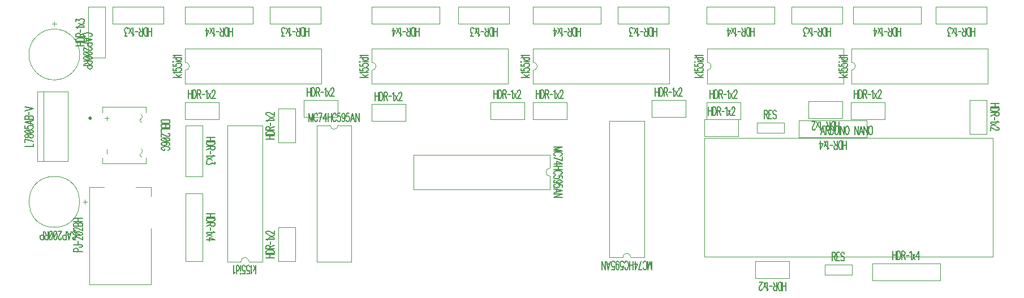
<source format=gbr>
G04 DipTrace Beta 3.9.0.1*
G04 TopSilk.gbr*
%MOMM*%
G04 #@! TF.FileFunction,Legend,Top*
G04 #@! TF.Part,Single*
%ADD10C,0.01*%
%ADD12C,0.12*%
%ADD62C,0.13889*%
%FSLAX35Y35*%
G04*
G71*
G90*
G75*
G01*
G04 TopSilk*
%LPD*%
X-4643685Y3958945D2*
D10*
X-2603685D1*
Y3438925D2*
Y3958945D1*
X-4643685Y3438925D2*
X-2603685D1*
X-4643685D2*
Y3638925D1*
Y3958945D2*
Y3758945D1*
Y3638925D2*
G03X-4643685Y3758945I-33J60010D01*
G01*
X-4010702Y773938D2*
Y2813938D1*
X-3490682D2*
X-4010702D1*
X-3490682Y773938D2*
Y2813938D1*
Y773938D2*
X-3690682D1*
X-4010702D2*
X-3810702D1*
X-3690682D2*
G03X-3810702Y773938I-60010J-33D01*
G01*
X-1849688Y3958945D2*
X190312D1*
Y3438925D2*
Y3958945D1*
X-1849688Y3438925D2*
X190312D1*
X-1849688D2*
Y3638925D1*
Y3958945D2*
Y3758945D1*
Y3638925D2*
G03X-1849688Y3758945I-33J60010D01*
G01*
X3166808Y3958945D2*
X5206808D1*
Y3438925D2*
Y3958945D1*
X3166808Y3438925D2*
X5206808D1*
X3166808D2*
Y3638925D1*
Y3958945D2*
Y3758945D1*
Y3638925D2*
G03X3166808Y3758945I-33J60010D01*
G01*
X563312Y3958945D2*
X2603312D1*
Y3438925D2*
Y3958945D1*
X563312Y3438925D2*
X2603312D1*
X563312D2*
Y3638925D1*
Y3958945D2*
Y3758945D1*
Y3638925D2*
G03X563312Y3758945I-33J60010D01*
G01*
X5325812Y3958945D2*
X7365812D1*
Y3438925D2*
Y3958945D1*
X5325812Y3438925D2*
X7365812D1*
X5325812D2*
Y3638925D1*
Y3958945D2*
Y3758945D1*
Y3638925D2*
G03X5325812Y3758945I-33J60010D01*
G01*
X1704258Y837418D2*
Y2877418D1*
X2224278D2*
X1704258D1*
X2224278Y837418D2*
Y2877418D1*
Y837418D2*
X2024278D1*
X1704258D2*
X1904258D1*
X2024278D2*
G03X1904258Y837418I-60010J-33D01*
G01*
X814255Y1851914D2*
X-1225745Y1852096D1*
X-1225699Y2372116D2*
X-1225745Y1852096D1*
X814301Y2371934D2*
X-1225699Y2372116D1*
X814301Y2371934D2*
X814284Y2171934D1*
X814255Y1851914D2*
X814273Y2051914D1*
X814284Y2171934D2*
G03X814273Y2051914I28J-60010D01*
G01*
X5191808Y4588435D2*
Y4334435D1*
X4429808D1*
Y4588435D2*
Y4334435D1*
X5191808Y4588435D2*
X4429808D1*
X-2157178Y2813938D2*
Y773938D1*
X-2677198D2*
X-2157178D1*
X-2677198Y2813938D2*
Y773938D1*
Y2813938D2*
X-2477198D1*
X-2157178D2*
X-2357178D1*
X-2477198D2*
G03X-2357178Y2813938I60010J33D01*
G01*
X5350562Y4588435D2*
Y4334435D1*
X6366562Y4588435D2*
X5350562D1*
X6366562Y4334435D2*
X5350562D1*
X6366562Y4588435D2*
Y4334435D1*
X2588312Y4588435D2*
Y4334435D1*
X1826312D1*
Y4588435D2*
Y4334435D1*
X2588312Y4588435D2*
X1826312D1*
X207062D2*
Y4334435D1*
X-554938D1*
Y4588435D2*
Y4334435D1*
X207062Y4588435D2*
X-554938D1*
X7350812D2*
Y4334435D1*
X6588812D1*
Y4588435D2*
Y4334435D1*
X7350812Y4588435D2*
X6588812D1*
X-4639692Y2809935D2*
X-4385692D1*
Y2047935D1*
X-4639692D2*
X-4385692D1*
X-4639692Y2809935D2*
Y2047935D1*
X-4650688Y4588435D2*
Y4334435D1*
X-3634688Y4588435D2*
X-4650688D1*
X-3634688Y4334435D2*
X-4650688D1*
X-3634688Y4588435D2*
Y4334435D1*
X556315Y4588435D2*
Y4334435D1*
X1572315Y4588435D2*
X556315D1*
X1572315Y4334435D2*
X556315D1*
X1572315Y4588435D2*
Y4334435D1*
X-2618692Y4588435D2*
Y4334435D1*
X-3380692D1*
Y4588435D2*
Y4334435D1*
X-2618692Y4588435D2*
X-3380692D1*
X-1856685D2*
Y4334435D1*
X-840685Y4588435D2*
X-1856685D1*
X-840685Y4334435D2*
X-1856685D1*
X-840685Y4588435D2*
Y4334435D1*
X-4639692Y777935D2*
X-4385692D1*
X-4639692Y1793935D2*
Y777935D1*
X-4385692Y1793935D2*
Y777935D1*
X-4639692Y1793935D2*
X-4385692D1*
X3159812Y4588435D2*
Y4334435D1*
X4175812Y4588435D2*
X3159812D1*
X4175812Y4334435D2*
X3159812D1*
X4175812Y4588435D2*
Y4334435D1*
X3636065Y2651688D2*
Y2905688D1*
X3128065Y2651688D2*
X3636065D1*
X3128065D2*
Y2905688D1*
X3636065D1*
X3890058Y778435D2*
Y524435D1*
X4398058Y778435D2*
X3890058D1*
X4398058D2*
Y524435D1*
X3890058D1*
X3128212Y2619938D2*
Y841938D1*
X7446062D1*
Y2619938D1*
X3128212D1*
X-6079065Y430315D2*
D12*
Y1890315D1*
X-5855805D1*
X-5382325D2*
X-5159065D1*
Y1752892D1*
Y1267738D2*
Y430315D1*
X-6079065D1*
X-5230805Y3001572D2*
Y3092572D1*
X-5880805D1*
Y3001572D1*
X-5230805Y2331572D2*
Y2240572D1*
X-5880805D1*
Y2331572D1*
G36*
X-6066805Y2946572D2*
X-6063542Y2946358D1*
X-6060335Y2945720D1*
X-6057238Y2944669D1*
X-6054305Y2943222D1*
X-6051586Y2941406D1*
X-6049127Y2939249D1*
X-6046971Y2936791D1*
X-6045154Y2934072D1*
X-6043708Y2931139D1*
X-6042657Y2928042D1*
X-6042019Y2924835D1*
X-6041805Y2921572D1*
X-6042019Y2918309D1*
X-6042657Y2915101D1*
X-6043708Y2912005D1*
X-6045154Y2909072D1*
X-6046971Y2906353D1*
X-6049127Y2903894D1*
X-6051586Y2901738D1*
X-6054305Y2899921D1*
X-6057238Y2898475D1*
X-6060335Y2897424D1*
X-6063542Y2896786D1*
X-6066805Y2896572D1*
D1*
X-6070068Y2896786D1*
X-6073275Y2897424D1*
X-6076372Y2898475D1*
X-6079305Y2899921D1*
X-6082024Y2901738D1*
X-6084483Y2903894D1*
X-6086639Y2906353D1*
X-6088456Y2909072D1*
X-6089902Y2912005D1*
X-6090953Y2915101D1*
X-6091591Y2918309D1*
X-6091805Y2921572D1*
X-6091591Y2924835D1*
X-6090953Y2928042D1*
X-6089902Y2931139D1*
X-6088456Y2934072D1*
X-6086639Y2936791D1*
X-6084483Y2939249D1*
X-6082024Y2941406D1*
X-6079305Y2943222D1*
X-6076372Y2944669D1*
X-6073275Y2945720D1*
X-6070068Y2946358D1*
X-6066805Y2946572D1*
D1*
G37*
X-5786928Y2918315D2*
D10*
X-5846915D1*
X-5816878Y2888312D2*
Y2948322D1*
X-5816875Y2454068D2*
Y2384122D1*
X-5302745Y2977418D2*
G02X-5302745Y2911388I-19582J-33015D01*
G01*
G03X-5294092Y2859952I8609J-24998D01*
G01*
X-5301145Y2459818D2*
G02X-5301145Y2393788I-19582J-33015D01*
G01*
G03X-5292492Y2342352I8609J-24998D01*
G01*
X-6143292Y1697462D2*
Y1637415D1*
X-6113328Y1667438D2*
X-6173342D1*
X-6603292Y2048438D2*
X-6603328D1*
G03X-6603328Y1286438I0J-381000D01*
G01*
X-6603292D1*
G03X-6603292Y2048438I0J381000D01*
G01*
X-6633383Y4334092D2*
X-6573337Y4334098D1*
X-6603363Y4364058D2*
X-6603357Y4304045D1*
X-6984309Y3874053D2*
Y3874016D1*
G03X-6222309Y3874101I381000J42D01*
G01*
Y3874137D1*
G03X-6984309Y3874053I-381000J-42D01*
G01*
X-6761425Y2274562D2*
Y3314562D1*
X-6861568Y2274562D2*
Y3314562D1*
X-6401568Y2274562D2*
Y3314562D1*
Y2274562D2*
X-6861568D1*
X-6401568Y3314562D2*
X-6861568D1*
X5826808Y2905685D2*
Y3159685D1*
X5318808Y2905685D2*
X5826808D1*
X5318808D2*
Y3159685D1*
X5826808D1*
X7096808Y2683435D2*
X7350808D1*
X7096808Y3191435D2*
Y2683435D1*
Y3191435D2*
X7350808D1*
Y2683435D1*
X3667815Y2905685D2*
Y3159685D1*
X3159815Y2905685D2*
X3667815D1*
X3159815D2*
Y3159685D1*
X3667815D1*
X4683808Y3175565D2*
Y2921565D1*
X5191808Y3175565D2*
X4683808D1*
X5191808D2*
Y2921565D1*
X4683808D1*
X1064308Y2905685D2*
Y3159685D1*
X556308Y2905685D2*
X1064308D1*
X556308D2*
Y3159685D1*
X1064308D1*
X2842315Y2937435D2*
Y3191435D1*
X2334315Y2937435D2*
X2842315D1*
X2334315D2*
Y3191435D1*
X2842315D1*
X-1348688Y2873935D2*
Y3127935D1*
X-1856688Y2873935D2*
X-1348688D1*
X-1856688D2*
Y3127935D1*
X-1348688D1*
X429308Y2905685D2*
Y3159685D1*
X-78692Y2905685D2*
X429308D1*
X-78692D2*
Y3159685D1*
X429308D1*
X-4142688Y2905685D2*
Y3159685D1*
X-4650688Y2905685D2*
X-4142688D1*
X-4650688D2*
Y3159685D1*
X-4142688D1*
X-2364688Y2937435D2*
Y3191435D1*
X-2872688Y2937435D2*
X-2364688D1*
X-2872688D2*
Y3191435D1*
X-2364688D1*
X-2999692Y1286438D2*
X-3253692D1*
X-2999692Y778438D2*
Y1286438D1*
Y778438D2*
X-3253692D1*
Y1286438D1*
X-2999692Y3064438D2*
X-3253692D1*
X-2999692Y2556438D2*
Y3064438D1*
Y2556438D2*
X-3253692D1*
Y3064438D1*
X-5841318Y3826438D2*
X-6095318D1*
Y4588438D1*
X-5841318D2*
X-6095318D1*
X-5841318Y3826438D2*
Y4588438D1*
X-4968185Y4588432D2*
Y4334432D1*
X-5730185D1*
Y4588432D2*
Y4334432D1*
X-4968185Y4588432D2*
X-5730185D1*
X4540938Y2889812D2*
Y2635812D1*
X5556938Y2889812D2*
X4540938D1*
X5556938Y2635812D2*
X4540938D1*
X5556938Y2889812D2*
Y2635812D1*
X5331892Y575232D2*
Y727632D1*
X4924732Y575232D2*
X5331892D1*
X4924732D2*
Y727632D1*
X5331892D1*
X4315888Y2702488D2*
Y2854888D1*
X3908728Y2702488D2*
X4315888D1*
X3908728D2*
Y2854888D1*
X4315888D1*
X6652312Y492685D2*
Y746685D1*
X5636312Y492685D2*
X6652312D1*
X5636312Y746685D2*
X6652312D1*
X5636312Y492685D2*
Y746685D1*
X-4826812Y3534044D2*
D62*
X-4699203D1*
X-4784276Y3570516D2*
X-4723489Y3534044D1*
X-4747776Y3548616D2*
X-4699203Y3574138D1*
X-4802385Y3590805D2*
X-4808562Y3598133D1*
X-4826672Y3609083D1*
X-4699203D1*
X-4826672Y3669465D2*
Y3633078D1*
X-4772062Y3629456D1*
X-4778099Y3633078D1*
X-4784276Y3644028D1*
Y3654893D1*
X-4778099Y3665843D1*
X-4766026Y3673171D1*
X-4747776Y3676793D1*
X-4735703D1*
X-4717453Y3673171D1*
X-4705239Y3665843D1*
X-4699203Y3654893D1*
Y3644028D1*
X-4705239Y3633078D1*
X-4711416Y3629456D1*
X-4723489Y3625749D1*
X-4826672Y3737176D2*
Y3700788D1*
X-4772062Y3697166D1*
X-4778099Y3700788D1*
X-4784276Y3711738D1*
Y3722604D1*
X-4778099Y3733554D1*
X-4766026Y3740882D1*
X-4747776Y3744504D1*
X-4735703D1*
X-4717453Y3740882D1*
X-4705239Y3733554D1*
X-4699203Y3722604D1*
Y3711738D1*
X-4705239Y3700788D1*
X-4711416Y3697166D1*
X-4723489Y3693460D1*
X-4826812Y3761171D2*
X-4820776Y3764792D1*
X-4826812Y3768499D1*
X-4832989Y3764792D1*
X-4826812Y3761171D1*
X-4784276Y3764792D2*
X-4699203D1*
X-4826812Y3828881D2*
X-4699203D1*
X-4766026D2*
X-4778239Y3821637D1*
X-4784276Y3814309D1*
Y3803359D1*
X-4778239Y3796115D1*
X-4766026Y3788787D1*
X-4747776Y3785165D1*
X-4735703D1*
X-4717453Y3788787D1*
X-4705379Y3796115D1*
X-4699203Y3803359D1*
Y3814309D1*
X-4705379Y3821637D1*
X-4717453Y3828881D1*
X-4802385Y3845548D2*
X-4808562Y3852876D1*
X-4826672Y3863826D1*
X-4699203D1*
X-3585801Y590811D2*
Y718421D1*
X-3622273Y633348D2*
X-3585801Y694134D1*
X-3600373Y669848D2*
X-3625895Y718421D1*
X-3642561Y615238D2*
X-3649889Y609061D1*
X-3660839Y590952D1*
Y718421D1*
X-3721222Y590952D2*
X-3684834D1*
X-3681212Y645561D1*
X-3684834Y639525D1*
X-3695784Y633348D1*
X-3706650D1*
X-3717600Y639525D1*
X-3724928Y651598D1*
X-3728550Y669848D1*
Y681921D1*
X-3724928Y700171D1*
X-3717600Y712384D1*
X-3706650Y718421D1*
X-3695784D1*
X-3684834Y712384D1*
X-3681212Y706207D1*
X-3677506Y694134D1*
X-3788932Y590952D2*
X-3752545D1*
X-3748923Y645561D1*
X-3752545Y639525D1*
X-3763495Y633348D1*
X-3774361D1*
X-3785311Y639525D1*
X-3792639Y651598D1*
X-3796261Y669848D1*
Y681921D1*
X-3792639Y700171D1*
X-3785311Y712384D1*
X-3774361Y718421D1*
X-3763495D1*
X-3752545Y712384D1*
X-3748923Y706207D1*
X-3745217Y694134D1*
X-3812927Y590811D2*
X-3816549Y596848D1*
X-3820255Y590811D1*
X-3816549Y584634D1*
X-3812927Y590811D1*
X-3816549Y633348D2*
Y718421D1*
X-3880638Y590811D2*
Y718421D1*
Y651598D2*
X-3873394Y639384D1*
X-3866066Y633348D1*
X-3855116D1*
X-3847872Y639384D1*
X-3840544Y651598D1*
X-3836922Y669848D1*
Y681921D1*
X-3840544Y700171D1*
X-3847872Y712244D1*
X-3855116Y718421D1*
X-3866066D1*
X-3873394Y712244D1*
X-3880638Y700171D1*
X-3897304Y615238D2*
X-3904632Y609061D1*
X-3915582Y590952D1*
Y718421D1*
X-2032815Y3534044D2*
X-1905206D1*
X-1990279Y3570516D2*
X-1929492Y3534044D1*
X-1953779Y3548616D2*
X-1905206Y3574138D1*
X-2008389Y3590805D2*
X-2014565Y3598133D1*
X-2032675Y3609083D1*
X-1905206D1*
X-2032675Y3669465D2*
Y3633078D1*
X-1978065Y3629456D1*
X-1984102Y3633078D1*
X-1990279Y3644028D1*
Y3654893D1*
X-1984102Y3665843D1*
X-1972029Y3673171D1*
X-1953779Y3676793D1*
X-1941706D1*
X-1923456Y3673171D1*
X-1911242Y3665843D1*
X-1905206Y3654893D1*
Y3644028D1*
X-1911242Y3633078D1*
X-1917419Y3629456D1*
X-1929492Y3625749D1*
X-2032675Y3737176D2*
Y3700788D1*
X-1978065Y3697166D1*
X-1984102Y3700788D1*
X-1990279Y3711738D1*
Y3722604D1*
X-1984102Y3733554D1*
X-1972029Y3740882D1*
X-1953779Y3744504D1*
X-1941706D1*
X-1923456Y3740882D1*
X-1911242Y3733554D1*
X-1905206Y3722604D1*
Y3711738D1*
X-1911242Y3700788D1*
X-1917419Y3697166D1*
X-1929492Y3693460D1*
X-2032815Y3761171D2*
X-2026779Y3764792D1*
X-2032815Y3768499D1*
X-2038992Y3764792D1*
X-2032815Y3761171D1*
X-1990279Y3764792D2*
X-1905206D1*
X-2032815Y3828881D2*
X-1905206D1*
X-1972029D2*
X-1984242Y3821637D1*
X-1990279Y3814309D1*
Y3803359D1*
X-1984242Y3796115D1*
X-1972029Y3788787D1*
X-1953779Y3785165D1*
X-1941706D1*
X-1923456Y3788787D1*
X-1911383Y3796115D1*
X-1905206Y3803359D1*
Y3814309D1*
X-1911383Y3821637D1*
X-1923456Y3828881D1*
X-2008389Y3845548D2*
X-2014565Y3852876D1*
X-2032675Y3863826D1*
X-1905206D1*
X2983681Y3534044D2*
X3111291D1*
X3026218Y3570516D2*
X3087004Y3534044D1*
X3062718Y3548616D2*
X3111291Y3574138D1*
X3008108Y3590805D2*
X3001931Y3598133D1*
X2983822Y3609083D1*
X3111291D1*
X2983822Y3669465D2*
Y3633078D1*
X3038431Y3629456D1*
X3032395Y3633078D1*
X3026218Y3644028D1*
Y3654893D1*
X3032395Y3665843D1*
X3044468Y3673171D1*
X3062718Y3676793D1*
X3074791D1*
X3093041Y3673171D1*
X3105254Y3665843D1*
X3111291Y3654893D1*
Y3644028D1*
X3105254Y3633078D1*
X3099077Y3629456D1*
X3087004Y3625749D1*
X2983822Y3737176D2*
Y3700788D1*
X3038431Y3697166D1*
X3032395Y3700788D1*
X3026218Y3711738D1*
Y3722604D1*
X3032395Y3733554D1*
X3044468Y3740882D1*
X3062718Y3744504D1*
X3074791D1*
X3093041Y3740882D1*
X3105254Y3733554D1*
X3111291Y3722604D1*
Y3711738D1*
X3105254Y3700788D1*
X3099077Y3697166D1*
X3087004Y3693460D1*
X2983681Y3761171D2*
X2989718Y3764792D1*
X2983681Y3768499D1*
X2977504Y3764792D1*
X2983681Y3761171D1*
X3026218Y3764792D2*
X3111291D1*
X2983681Y3828881D2*
X3111291D1*
X3044468D2*
X3032254Y3821637D1*
X3026218Y3814309D1*
Y3803359D1*
X3032254Y3796115D1*
X3044468Y3788787D1*
X3062718Y3785165D1*
X3074791D1*
X3093041Y3788787D1*
X3105114Y3796115D1*
X3111291Y3803359D1*
Y3814309D1*
X3105114Y3821637D1*
X3093041Y3828881D1*
X3008108Y3845548D2*
X3001931Y3852876D1*
X2983822Y3863826D1*
X3111291D1*
X380185Y3534044D2*
X507794D1*
X422721Y3570516D2*
X483508Y3534044D1*
X459221Y3548616D2*
X507794Y3574138D1*
X404611Y3590805D2*
X398435Y3598133D1*
X380325Y3609083D1*
X507794D1*
X380325Y3669465D2*
Y3633078D1*
X434935Y3629456D1*
X428898Y3633078D1*
X422721Y3644028D1*
Y3654893D1*
X428898Y3665843D1*
X440971Y3673171D1*
X459221Y3676793D1*
X471294D1*
X489544Y3673171D1*
X501758Y3665843D1*
X507794Y3654893D1*
Y3644028D1*
X501758Y3633078D1*
X495581Y3629456D1*
X483508Y3625749D1*
X380325Y3737176D2*
Y3700788D1*
X434935Y3697166D1*
X428898Y3700788D1*
X422721Y3711738D1*
Y3722604D1*
X428898Y3733554D1*
X440971Y3740882D1*
X459221Y3744504D1*
X471294D1*
X489544Y3740882D1*
X501758Y3733554D1*
X507794Y3722604D1*
Y3711738D1*
X501758Y3700788D1*
X495581Y3697166D1*
X483508Y3693460D1*
X380185Y3761171D2*
X386221Y3764792D1*
X380185Y3768499D1*
X374008Y3764792D1*
X380185Y3761171D1*
X422721Y3764792D2*
X507794D1*
X380185Y3828881D2*
X507794D1*
X440971D2*
X428758Y3821637D1*
X422721Y3814309D1*
Y3803359D1*
X428758Y3796115D1*
X440971Y3788787D1*
X459221Y3785165D1*
X471294D1*
X489544Y3788787D1*
X501617Y3796115D1*
X507794Y3803359D1*
Y3814309D1*
X501617Y3821637D1*
X489544Y3828881D1*
X404611Y3845548D2*
X398435Y3852876D1*
X380325Y3863826D1*
X507794D1*
X5142685Y3534044D2*
X5270294D1*
X5185221Y3570516D2*
X5246008Y3534044D1*
X5221721Y3548616D2*
X5270294Y3574138D1*
X5167111Y3590805D2*
X5160935Y3598133D1*
X5142825Y3609083D1*
X5270294D1*
X5142825Y3669465D2*
Y3633078D1*
X5197435Y3629456D1*
X5191398Y3633078D1*
X5185221Y3644028D1*
Y3654893D1*
X5191398Y3665843D1*
X5203471Y3673171D1*
X5221721Y3676793D1*
X5233794D1*
X5252044Y3673171D1*
X5264258Y3665843D1*
X5270294Y3654893D1*
Y3644028D1*
X5264258Y3633078D1*
X5258081Y3629456D1*
X5246008Y3625749D1*
X5142825Y3737176D2*
Y3700788D1*
X5197435Y3697166D1*
X5191398Y3700788D1*
X5185221Y3711738D1*
Y3722604D1*
X5191398Y3733554D1*
X5203471Y3740882D1*
X5221721Y3744504D1*
X5233794D1*
X5252044Y3740882D1*
X5264258Y3733554D1*
X5270294Y3722604D1*
Y3711738D1*
X5264258Y3700788D1*
X5258081Y3697166D1*
X5246008Y3693460D1*
X5142685Y3761171D2*
X5148721Y3764792D1*
X5142685Y3768499D1*
X5136508Y3764792D1*
X5142685Y3761171D1*
X5185221Y3764792D2*
X5270294D1*
X5142685Y3828881D2*
X5270294D1*
X5203471D2*
X5191258Y3821637D1*
X5185221Y3814309D1*
Y3803359D1*
X5191258Y3796115D1*
X5203471Y3788787D1*
X5221721Y3785165D1*
X5233794D1*
X5252044Y3788787D1*
X5264117Y3796115D1*
X5270294Y3803359D1*
Y3814309D1*
X5264117Y3821637D1*
X5252044Y3828881D1*
X5167111Y3845548D2*
X5160935Y3852876D1*
X5142825Y3863826D1*
X5270294D1*
X2280963Y781901D2*
Y654291D1*
X2310107Y781901D1*
X2339251Y654291D1*
Y781901D1*
X2209631Y684614D2*
X2213253Y672541D1*
X2220581Y660328D1*
X2227824Y654291D1*
X2242396D1*
X2249724Y660328D1*
X2256968Y672541D1*
X2260674Y684614D1*
X2264296Y702864D1*
Y733328D1*
X2260674Y751437D1*
X2256968Y763651D1*
X2249724Y775724D1*
X2242396Y781901D1*
X2227824D1*
X2220581Y775724D1*
X2213253Y763651D1*
X2209631Y751437D1*
X2178392Y781901D2*
X2141920Y654432D1*
X2192964D1*
X2088781Y781901D2*
Y654432D1*
X2125253Y739364D1*
X2070588D1*
X2053921Y654291D2*
Y781901D1*
X2002877Y654291D2*
Y781901D1*
X2053921Y715078D2*
X2002877D1*
X1931545Y684614D2*
X1935167Y672541D1*
X1942495Y660328D1*
X1949739Y654291D1*
X1964310D1*
X1971639Y660328D1*
X1978882Y672541D1*
X1982589Y684614D1*
X1986210Y702864D1*
Y733328D1*
X1982589Y751437D1*
X1978882Y763651D1*
X1971639Y775724D1*
X1964310Y781901D1*
X1949739D1*
X1942495Y775724D1*
X1935167Y763651D1*
X1931545Y751437D1*
X1871162Y654432D2*
X1907550D1*
X1911172Y709041D1*
X1907550Y703005D1*
X1896600Y696828D1*
X1885734D1*
X1874784Y703005D1*
X1867456Y715078D1*
X1863834Y733328D1*
Y745401D1*
X1867456Y763651D1*
X1874784Y775864D1*
X1885734Y781901D1*
X1896600D1*
X1907550Y775864D1*
X1911172Y769687D1*
X1914878Y757614D1*
X1799746Y696828D2*
X1803452Y715078D1*
X1810696Y727291D1*
X1821646Y733328D1*
X1825267D1*
X1836217Y727291D1*
X1843461Y715078D1*
X1847167Y696828D1*
Y690791D1*
X1843461Y672541D1*
X1836217Y660468D1*
X1825267Y654432D1*
X1821646D1*
X1810696Y660468D1*
X1803452Y672541D1*
X1799746Y696828D1*
Y727291D1*
X1803452Y757614D1*
X1810696Y775864D1*
X1821646Y781901D1*
X1828889D1*
X1839839Y775864D1*
X1843461Y763651D1*
X1739363Y654432D2*
X1775751D1*
X1779373Y709041D1*
X1775751Y703005D1*
X1764801Y696828D1*
X1753935D1*
X1742985Y703005D1*
X1735657Y715078D1*
X1732035Y733328D1*
Y745401D1*
X1735657Y763651D1*
X1742985Y775864D1*
X1753935Y781901D1*
X1764801D1*
X1775751Y775864D1*
X1779373Y769687D1*
X1783079Y757614D1*
X1656996Y781901D2*
X1686225Y654291D1*
X1715368Y781901D1*
X1704418Y739364D2*
X1667946D1*
X1589286Y654291D2*
Y781901D1*
X1640330Y654291D1*
Y781901D1*
X869824Y2428614D2*
X997434Y2428603D1*
X869827Y2457758D1*
X997439Y2486890D1*
X869829Y2486902D1*
X967104Y2357273D2*
X979178Y2360894D1*
X991392Y2368221D1*
X997429Y2375464D1*
X997430Y2390036D1*
X991394Y2397365D1*
X979182Y2404610D1*
X967109Y2408317D1*
X948859Y2411940D1*
X918396Y2411943D1*
X900286Y2408323D1*
X888072Y2404618D1*
X875998Y2397375D1*
X869821Y2390047D1*
X869819Y2375475D1*
X875996Y2368231D1*
X888068Y2360902D1*
X900281Y2357279D1*
X869815Y2326043D2*
X997281Y2289560D1*
X997285Y2340604D1*
X869807Y2236432D2*
X997276Y2236421D1*
X912347Y2272901D1*
X912342Y2218235D1*
X997413Y2201561D2*
X869804Y2201572D1*
X997409Y2150517D2*
X869799Y2150528D1*
X936627Y2201566D2*
X936622Y2150522D1*
X967079Y2079187D2*
X979153Y2082808D1*
X991367Y2090135D1*
X997404Y2097378D1*
X997405Y2111950D1*
X991370Y2119279D1*
X979157Y2126524D1*
X967084Y2130231D1*
X948834Y2133854D1*
X918371Y2133857D1*
X900261Y2130237D1*
X888047Y2126532D1*
X875973Y2119289D1*
X869796Y2111961D1*
X869795Y2097389D1*
X875971Y2090145D1*
X888043Y2082816D1*
X900256Y2079193D1*
X997257Y2018802D2*
X997260Y2055190D1*
X942651Y2058816D1*
X948687Y2055194D1*
X954863Y2044243D1*
X954862Y2033378D1*
X948684Y2022428D1*
X936610Y2015101D1*
X918360Y2011481D1*
X906287Y2011482D1*
X888037Y2015105D1*
X875824Y2022435D1*
X869789Y2033385D1*
X869790Y2044251D1*
X875827Y2055200D1*
X882005Y2058822D1*
X894078Y2062527D1*
X954854Y1947389D2*
X936605Y1951097D1*
X924392Y1958342D1*
X918356Y1969292D1*
X918357Y1972914D1*
X924394Y1983864D1*
X936608Y1991106D1*
X954859Y1994811D1*
X960895Y1994810D1*
X979145Y1991103D1*
X991217Y1983858D1*
X997253Y1972907D1*
X997252Y1969285D1*
X991215Y1958336D1*
X979141Y1951093D1*
X954854Y1947389D1*
X924391Y1947392D1*
X894068Y1951101D1*
X875819Y1958346D1*
X869783Y1969297D1*
X869784Y1976540D1*
X875821Y1987490D1*
X888035Y1991111D1*
X997245Y1887003D2*
X997248Y1923390D1*
X942639Y1927017D1*
X948675Y1923395D1*
X954851Y1912444D1*
X954850Y1901578D1*
X948672Y1890629D1*
X936599Y1883302D1*
X918348Y1879682D1*
X906275Y1879683D1*
X888026Y1883306D1*
X875813Y1890635D1*
X869777Y1901586D1*
X869778Y1912452D1*
X875816Y1923401D1*
X881993Y1927023D1*
X894066Y1930728D1*
X869769Y1804647D2*
X997381Y1833864D1*
X869774Y1863019D1*
X912309Y1852066D2*
X912306Y1815594D1*
X997372Y1736926D2*
X869762Y1736937D1*
X997377Y1787969D1*
X869767Y1787981D1*
X5013140Y4151308D2*
Y4278917D1*
X4962096Y4151308D2*
Y4278917D1*
X5013140Y4212094D2*
X4962096D1*
X4945429Y4151308D2*
Y4278917D1*
X4919907D1*
X4908957Y4272741D1*
X4901629Y4260667D1*
X4898007Y4248454D1*
X4894385Y4230344D1*
Y4199881D1*
X4898007Y4181631D1*
X4901629Y4169558D1*
X4908957Y4157344D1*
X4919907Y4151308D1*
X4945429D1*
X4877719Y4212094D2*
X4844953D1*
X4834003Y4205917D1*
X4830297Y4199881D1*
X4826675Y4187808D1*
Y4175594D1*
X4830297Y4163521D1*
X4834003Y4157344D1*
X4844953Y4151308D1*
X4877719D1*
Y4278917D1*
X4852197Y4212094D2*
X4826675Y4278917D1*
X4810008Y4215183D2*
X4767893D1*
X4751226Y4175735D2*
X4743898Y4169558D1*
X4732948Y4151448D1*
Y4278917D1*
X4716281Y4193844D2*
X4676187Y4278917D1*
Y4193844D2*
X4716281Y4278917D1*
X4652193Y4151448D2*
X4612183D1*
X4633999Y4200021D1*
X4623049D1*
X4615805Y4206058D1*
X4612183Y4212094D1*
X4608477Y4230344D1*
Y4242417D1*
X4612183Y4260667D1*
X4619427Y4272881D1*
X4630377Y4278917D1*
X4641327D1*
X4652193Y4272881D1*
X4655815Y4266704D1*
X4659521Y4254631D1*
X-2733883Y2869456D2*
Y2997065D1*
X-2763027Y2869456D1*
X-2792171Y2997065D1*
Y2869456D1*
X-2662551Y2966742D2*
X-2666173Y2978815D1*
X-2673501Y2991029D1*
X-2680744Y2997065D1*
X-2695316D1*
X-2702644Y2991029D1*
X-2709888Y2978815D1*
X-2713594Y2966742D1*
X-2717216Y2948492D1*
Y2918029D1*
X-2713594Y2899919D1*
X-2709888Y2887706D1*
X-2702644Y2875633D1*
X-2695316Y2869456D1*
X-2680744D1*
X-2673501Y2875633D1*
X-2666173Y2887706D1*
X-2662551Y2899919D1*
X-2631312Y2869456D2*
X-2594840Y2996925D1*
X-2645884D1*
X-2541701Y2869456D2*
Y2996925D1*
X-2578173Y2911992D1*
X-2523508D1*
X-2506841Y2997065D2*
Y2869456D1*
X-2455797Y2997065D2*
Y2869456D1*
X-2506841Y2936279D2*
X-2455797D1*
X-2384465Y2966742D2*
X-2388087Y2978815D1*
X-2395415Y2991029D1*
X-2402659Y2997065D1*
X-2417230D1*
X-2424559Y2991029D1*
X-2431802Y2978815D1*
X-2435509Y2966742D1*
X-2439130Y2948492D1*
Y2918029D1*
X-2435509Y2899919D1*
X-2431802Y2887706D1*
X-2424559Y2875633D1*
X-2417230Y2869456D1*
X-2402659D1*
X-2395415Y2875633D1*
X-2388087Y2887706D1*
X-2384465Y2899919D1*
X-2324082Y2996925D2*
X-2360470D1*
X-2364092Y2942315D1*
X-2360470Y2948352D1*
X-2349520Y2954529D1*
X-2338654D1*
X-2327704Y2948352D1*
X-2320376Y2936279D1*
X-2316754Y2918029D1*
Y2905956D1*
X-2320376Y2887706D1*
X-2327704Y2875492D1*
X-2338654Y2869456D1*
X-2349520D1*
X-2360470Y2875492D1*
X-2364092Y2881669D1*
X-2367798Y2893742D1*
X-2252666Y2954529D2*
X-2256372Y2936279D1*
X-2263616Y2924065D1*
X-2274566Y2918029D1*
X-2278187D1*
X-2289137Y2924065D1*
X-2296381Y2936279D1*
X-2300087Y2954529D1*
Y2960565D1*
X-2296381Y2978815D1*
X-2289137Y2990889D1*
X-2278187Y2996925D1*
X-2274566D1*
X-2263616Y2990889D1*
X-2256372Y2978815D1*
X-2252666Y2954529D1*
Y2924065D1*
X-2256372Y2893742D1*
X-2263616Y2875492D1*
X-2274566Y2869456D1*
X-2281809D1*
X-2292759Y2875492D1*
X-2296381Y2887706D1*
X-2192283Y2996925D2*
X-2228671D1*
X-2232293Y2942315D1*
X-2228671Y2948352D1*
X-2217721Y2954529D1*
X-2206855D1*
X-2195905Y2948352D1*
X-2188577Y2936279D1*
X-2184955Y2918029D1*
Y2905956D1*
X-2188577Y2887706D1*
X-2195905Y2875492D1*
X-2206855Y2869456D1*
X-2217721D1*
X-2228671Y2875492D1*
X-2232293Y2881669D1*
X-2235999Y2893742D1*
X-2109916Y2869456D2*
X-2139145Y2997065D1*
X-2168288Y2869456D1*
X-2157338Y2911992D2*
X-2120866D1*
X-2042206Y2997065D2*
Y2869456D1*
X-2093250Y2997065D1*
Y2869456D1*
X6062704Y4151308D2*
Y4278917D1*
X6011660Y4151308D2*
Y4278917D1*
X6062704Y4212094D2*
X6011660D1*
X5994993Y4151308D2*
Y4278917D1*
X5969472D1*
X5958522Y4272741D1*
X5951193Y4260667D1*
X5947572Y4248454D1*
X5943950Y4230344D1*
Y4199881D1*
X5947572Y4181631D1*
X5951193Y4169558D1*
X5958522Y4157344D1*
X5969472Y4151308D1*
X5994993D1*
X5927283Y4212094D2*
X5894517D1*
X5883567Y4205917D1*
X5879861Y4199881D1*
X5876239Y4187808D1*
Y4175594D1*
X5879861Y4163521D1*
X5883567Y4157344D1*
X5894517Y4151308D1*
X5927283D1*
Y4278917D1*
X5901761Y4212094D2*
X5876239Y4278917D1*
X5859572Y4215183D2*
X5817457D1*
X5800790Y4175735D2*
X5793462Y4169558D1*
X5782512Y4151448D1*
Y4278917D1*
X5765846Y4193844D2*
X5725752Y4278917D1*
Y4193844D2*
X5765846Y4278917D1*
X5672613D2*
Y4151448D1*
X5709085Y4236381D1*
X5654419D1*
X2409643Y4151308D2*
Y4278917D1*
X2358599Y4151308D2*
Y4278917D1*
X2409643Y4212094D2*
X2358599D1*
X2341933Y4151308D2*
Y4278917D1*
X2316411D1*
X2305461Y4272741D1*
X2298133Y4260667D1*
X2294511Y4248454D1*
X2290889Y4230344D1*
Y4199881D1*
X2294511Y4181631D1*
X2298133Y4169558D1*
X2305461Y4157344D1*
X2316411Y4151308D1*
X2341933D1*
X2274222Y4212094D2*
X2241456D1*
X2230506Y4205917D1*
X2226800Y4199881D1*
X2223178Y4187808D1*
Y4175594D1*
X2226800Y4163521D1*
X2230506Y4157344D1*
X2241456Y4151308D1*
X2274222D1*
Y4278917D1*
X2248700Y4212094D2*
X2223178Y4278917D1*
X2206511Y4215183D2*
X2164396D1*
X2147729Y4175735D2*
X2140401Y4169558D1*
X2129451Y4151448D1*
Y4278917D1*
X2112785Y4193844D2*
X2072691Y4278917D1*
Y4193844D2*
X2112785Y4278917D1*
X2048696Y4151448D2*
X2008686D1*
X2030502Y4200021D1*
X2019552D1*
X2012308Y4206058D1*
X2008686Y4212094D1*
X2004980Y4230344D1*
Y4242417D1*
X2008686Y4260667D1*
X2015930Y4272881D1*
X2026880Y4278917D1*
X2037830D1*
X2048696Y4272881D1*
X2052318Y4266704D1*
X2056024Y4254631D1*
X28393Y4151308D2*
Y4278917D1*
X-22651Y4151308D2*
Y4278917D1*
X28393Y4212094D2*
X-22651D1*
X-39317Y4151308D2*
Y4278917D1*
X-64839D1*
X-75789Y4272741D1*
X-83117Y4260667D1*
X-86739Y4248454D1*
X-90361Y4230344D1*
Y4199881D1*
X-86739Y4181631D1*
X-83117Y4169558D1*
X-75789Y4157344D1*
X-64839Y4151308D1*
X-39317D1*
X-107028Y4212094D2*
X-139794D1*
X-150744Y4205917D1*
X-154450Y4199881D1*
X-158072Y4187808D1*
Y4175594D1*
X-154450Y4163521D1*
X-150744Y4157344D1*
X-139794Y4151308D1*
X-107028D1*
Y4278917D1*
X-132550Y4212094D2*
X-158072Y4278917D1*
X-174739Y4215183D2*
X-216854D1*
X-233521Y4175735D2*
X-240849Y4169558D1*
X-251799Y4151448D1*
Y4278917D1*
X-268465Y4193844D2*
X-308559Y4278917D1*
Y4193844D2*
X-268465Y4278917D1*
X-332554Y4151448D2*
X-372564D1*
X-350748Y4200021D1*
X-361698D1*
X-368942Y4206058D1*
X-372564Y4212094D1*
X-376270Y4230344D1*
Y4242417D1*
X-372564Y4260667D1*
X-365320Y4272881D1*
X-354370Y4278917D1*
X-343420D1*
X-332554Y4272881D1*
X-328932Y4266704D1*
X-325226Y4254631D1*
X7172143Y4151308D2*
Y4278917D1*
X7121099Y4151308D2*
Y4278917D1*
X7172143Y4212094D2*
X7121099D1*
X7104433Y4151308D2*
Y4278917D1*
X7078911D1*
X7067961Y4272741D1*
X7060633Y4260667D1*
X7057011Y4248454D1*
X7053389Y4230344D1*
Y4199881D1*
X7057011Y4181631D1*
X7060633Y4169558D1*
X7067961Y4157344D1*
X7078911Y4151308D1*
X7104433D1*
X7036722Y4212094D2*
X7003956D1*
X6993006Y4205917D1*
X6989300Y4199881D1*
X6985678Y4187808D1*
Y4175594D1*
X6989300Y4163521D1*
X6993006Y4157344D1*
X7003956Y4151308D1*
X7036722D1*
Y4278917D1*
X7011200Y4212094D2*
X6985678Y4278917D1*
X6969011Y4215183D2*
X6926896D1*
X6910229Y4175735D2*
X6902901Y4169558D1*
X6891951Y4151448D1*
Y4278917D1*
X6875285Y4193844D2*
X6835191Y4278917D1*
Y4193844D2*
X6875285Y4278917D1*
X6811196Y4151448D2*
X6771186D1*
X6793002Y4200021D1*
X6782052D1*
X6774808Y4206058D1*
X6771186Y4212094D1*
X6767480Y4230344D1*
Y4242417D1*
X6771186Y4260667D1*
X6778430Y4272881D1*
X6789380Y4278917D1*
X6800330D1*
X6811196Y4272881D1*
X6814818Y4266704D1*
X6818524Y4254631D1*
X-4202565Y2631266D2*
X-4330174D1*
X-4202565Y2580223D2*
X-4330174D1*
X-4263351Y2631266D2*
Y2580223D1*
X-4202565Y2563556D2*
X-4330174D1*
Y2538034D1*
X-4323997Y2527084D1*
X-4311924Y2519756D1*
X-4299711Y2516134D1*
X-4281601Y2512512D1*
X-4251138D1*
X-4232888Y2516134D1*
X-4220815Y2519756D1*
X-4208601Y2527084D1*
X-4202565Y2538034D1*
Y2563556D1*
X-4263351Y2495845D2*
Y2463080D1*
X-4257174Y2452130D1*
X-4251138Y2448423D1*
X-4239065Y2444801D1*
X-4226851D1*
X-4214778Y2448423D1*
X-4208601Y2452130D1*
X-4202565Y2463080D1*
Y2495845D1*
X-4330174D1*
X-4263351Y2470323D2*
X-4330174Y2444801D1*
X-4266440Y2428135D2*
Y2386019D1*
X-4226991Y2369353D2*
X-4220815Y2362025D1*
X-4202705Y2351075D1*
X-4330174D1*
X-4245101Y2334408D2*
X-4330174Y2294314D1*
X-4245101D2*
X-4330174Y2334408D1*
X-4202705Y2270319D2*
Y2230310D1*
X-4251278Y2252126D1*
Y2241176D1*
X-4257315Y2233932D1*
X-4263351Y2230310D1*
X-4281601Y2226604D1*
X-4293674D1*
X-4311924Y2230310D1*
X-4324138Y2237554D1*
X-4330174Y2248504D1*
Y2259454D1*
X-4324138Y2270319D1*
X-4317961Y2273941D1*
X-4305888Y2277647D1*
X-3938546Y4151308D2*
Y4278917D1*
X-3989590Y4151308D2*
Y4278917D1*
X-3938546Y4212094D2*
X-3989590D1*
X-4006257Y4151308D2*
Y4278917D1*
X-4031778D1*
X-4042728Y4272741D1*
X-4050057Y4260667D1*
X-4053678Y4248454D1*
X-4057300Y4230344D1*
Y4199881D1*
X-4053678Y4181631D1*
X-4050057Y4169558D1*
X-4042728Y4157344D1*
X-4031778Y4151308D1*
X-4006257D1*
X-4073967Y4212094D2*
X-4106733D1*
X-4117683Y4205917D1*
X-4121389Y4199881D1*
X-4125011Y4187808D1*
Y4175594D1*
X-4121389Y4163521D1*
X-4117683Y4157344D1*
X-4106733Y4151308D1*
X-4073967D1*
Y4278917D1*
X-4099489Y4212094D2*
X-4125011Y4278917D1*
X-4141678Y4215183D2*
X-4183793D1*
X-4200460Y4175735D2*
X-4207788Y4169558D1*
X-4218738Y4151448D1*
Y4278917D1*
X-4235404Y4193844D2*
X-4275498Y4278917D1*
Y4193844D2*
X-4235404Y4278917D1*
X-4328637D2*
Y4151448D1*
X-4292165Y4236381D1*
X-4346831D1*
X1268457Y4151308D2*
Y4278917D1*
X1217413Y4151308D2*
Y4278917D1*
X1268457Y4212094D2*
X1217413D1*
X1200747Y4151308D2*
Y4278917D1*
X1175225D1*
X1164275Y4272741D1*
X1156947Y4260667D1*
X1153325Y4248454D1*
X1149703Y4230344D1*
Y4199881D1*
X1153325Y4181631D1*
X1156947Y4169558D1*
X1164275Y4157344D1*
X1175225Y4151308D1*
X1200747D1*
X1133036Y4212094D2*
X1100271D1*
X1089321Y4205917D1*
X1085614Y4199881D1*
X1081992Y4187808D1*
Y4175594D1*
X1085614Y4163521D1*
X1089321Y4157344D1*
X1100271Y4151308D1*
X1133036D1*
Y4278917D1*
X1107514Y4212094D2*
X1081992Y4278917D1*
X1065326Y4215183D2*
X1023210D1*
X1006544Y4175735D2*
X999216Y4169558D1*
X988266Y4151448D1*
Y4278917D1*
X971599Y4193844D2*
X931505Y4278917D1*
Y4193844D2*
X971599Y4278917D1*
X878367D2*
Y4151448D1*
X914838Y4236381D1*
X860173D1*
X-2797360Y4151308D2*
Y4278917D1*
X-2848404Y4151308D2*
Y4278917D1*
X-2797360Y4212094D2*
X-2848404D1*
X-2865071Y4151308D2*
Y4278917D1*
X-2890593D1*
X-2901543Y4272741D1*
X-2908871Y4260667D1*
X-2912493Y4248454D1*
X-2916115Y4230344D1*
Y4199881D1*
X-2912493Y4181631D1*
X-2908871Y4169558D1*
X-2901543Y4157344D1*
X-2890593Y4151308D1*
X-2865071D1*
X-2932781Y4212094D2*
X-2965547D1*
X-2976497Y4205917D1*
X-2980203Y4199881D1*
X-2983825Y4187808D1*
Y4175594D1*
X-2980203Y4163521D1*
X-2976497Y4157344D1*
X-2965547Y4151308D1*
X-2932781D1*
Y4278917D1*
X-2958303Y4212094D2*
X-2983825Y4278917D1*
X-3000492Y4215183D2*
X-3042607D1*
X-3059274Y4175735D2*
X-3066602Y4169558D1*
X-3077552Y4151448D1*
Y4278917D1*
X-3094219Y4193844D2*
X-3134313Y4278917D1*
Y4193844D2*
X-3094219Y4278917D1*
X-3158307Y4151448D2*
X-3198317D1*
X-3176501Y4200021D1*
X-3187451D1*
X-3194695Y4206058D1*
X-3198317Y4212094D1*
X-3202023Y4230344D1*
Y4242417D1*
X-3198317Y4260667D1*
X-3191073Y4272881D1*
X-3180123Y4278917D1*
X-3169173D1*
X-3158307Y4272881D1*
X-3154685Y4266704D1*
X-3150979Y4254631D1*
X-1144543Y4151308D2*
Y4278917D1*
X-1195587Y4151308D2*
Y4278917D1*
X-1144543Y4212094D2*
X-1195587D1*
X-1212253Y4151308D2*
Y4278917D1*
X-1237775D1*
X-1248725Y4272741D1*
X-1256053Y4260667D1*
X-1259675Y4248454D1*
X-1263297Y4230344D1*
Y4199881D1*
X-1259675Y4181631D1*
X-1256053Y4169558D1*
X-1248725Y4157344D1*
X-1237775Y4151308D1*
X-1212253D1*
X-1279964Y4212094D2*
X-1312729D1*
X-1323679Y4205917D1*
X-1327386Y4199881D1*
X-1331008Y4187808D1*
Y4175594D1*
X-1327386Y4163521D1*
X-1323679Y4157344D1*
X-1312729Y4151308D1*
X-1279964D1*
Y4278917D1*
X-1305486Y4212094D2*
X-1331008Y4278917D1*
X-1347674Y4215183D2*
X-1389790D1*
X-1406456Y4175735D2*
X-1413784Y4169558D1*
X-1424734Y4151448D1*
Y4278917D1*
X-1441401Y4193844D2*
X-1481495Y4278917D1*
Y4193844D2*
X-1441401Y4278917D1*
X-1534633D2*
Y4151448D1*
X-1498162Y4236381D1*
X-1552827D1*
X-4202565Y1490077D2*
X-4330174D1*
X-4202565Y1439033D2*
X-4330174D1*
X-4263351Y1490077D2*
Y1439033D1*
X-4202565Y1422367D2*
X-4330174D1*
Y1396845D1*
X-4323997Y1385895D1*
X-4311924Y1378567D1*
X-4299711Y1374945D1*
X-4281601Y1371323D1*
X-4251138D1*
X-4232888Y1374945D1*
X-4220815Y1378567D1*
X-4208601Y1385895D1*
X-4202565Y1396845D1*
Y1422367D1*
X-4263351Y1354656D2*
Y1321891D1*
X-4257174Y1310941D1*
X-4251138Y1307234D1*
X-4239065Y1303612D1*
X-4226851D1*
X-4214778Y1307234D1*
X-4208601Y1310941D1*
X-4202565Y1321891D1*
Y1354656D1*
X-4330174D1*
X-4263351Y1329134D2*
X-4330174Y1303612D1*
X-4266440Y1286946D2*
Y1244830D1*
X-4226991Y1228164D2*
X-4220815Y1220836D1*
X-4202705Y1209886D1*
X-4330174D1*
X-4245101Y1193219D2*
X-4330174Y1153125D1*
X-4245101D2*
X-4330174Y1193219D1*
Y1099987D2*
X-4202705D1*
X-4287638Y1136458D1*
Y1081793D1*
X3871954Y4151308D2*
Y4278917D1*
X3820910Y4151308D2*
Y4278917D1*
X3871954Y4212094D2*
X3820910D1*
X3804243Y4151308D2*
Y4278917D1*
X3778722D1*
X3767772Y4272741D1*
X3760443Y4260667D1*
X3756822Y4248454D1*
X3753200Y4230344D1*
Y4199881D1*
X3756822Y4181631D1*
X3760443Y4169558D1*
X3767772Y4157344D1*
X3778722Y4151308D1*
X3804243D1*
X3736533Y4212094D2*
X3703767D1*
X3692817Y4205917D1*
X3689111Y4199881D1*
X3685489Y4187808D1*
Y4175594D1*
X3689111Y4163521D1*
X3692817Y4157344D1*
X3703767Y4151308D1*
X3736533D1*
Y4278917D1*
X3711011Y4212094D2*
X3685489Y4278917D1*
X3668822Y4215183D2*
X3626707D1*
X3610040Y4175735D2*
X3602712Y4169558D1*
X3591762Y4151448D1*
Y4278917D1*
X3575096Y4193844D2*
X3535002Y4278917D1*
Y4193844D2*
X3575096Y4278917D1*
X3481863D2*
Y4151448D1*
X3518335Y4236381D1*
X3463669D1*
X3179734Y3088815D2*
Y2961206D1*
X3230777Y3088815D2*
Y2961206D1*
X3179734Y3028029D2*
X3230777D1*
X3247444Y3088815D2*
Y2961206D1*
X3272966D1*
X3283916Y2967383D1*
X3291244Y2979456D1*
X3294866Y2991669D1*
X3298488Y3009779D1*
Y3040242D1*
X3294866Y3058492D1*
X3291244Y3070565D1*
X3283916Y3082779D1*
X3272966Y3088815D1*
X3247444D1*
X3315155Y3028029D2*
X3347920D1*
X3358870Y3034206D1*
X3362577Y3040242D1*
X3366199Y3052315D1*
Y3064529D1*
X3362577Y3076602D1*
X3358870Y3082779D1*
X3347920Y3088815D1*
X3315155D1*
Y2961206D1*
X3340677Y3028029D2*
X3366199Y2961206D1*
X3382865Y3024940D2*
X3424981D1*
X3441647Y3064389D2*
X3448975Y3070565D1*
X3459925Y3088675D1*
Y2961206D1*
X3476592Y3046279D2*
X3516686Y2961206D1*
Y3046279D2*
X3476592Y2961206D1*
X3537059Y3058352D2*
Y3064389D1*
X3540681Y3076602D1*
X3544303Y3082639D1*
X3551631Y3088675D1*
X3566203D1*
X3573446Y3082639D1*
X3577068Y3076602D1*
X3580774Y3064389D1*
Y3052315D1*
X3577068Y3040102D1*
X3569824Y3021992D1*
X3533353Y2961206D1*
X3584396D1*
X4346390Y341308D2*
Y468917D1*
X4295346Y341308D2*
Y468917D1*
X4346390Y402094D2*
X4295346D1*
X4278679Y341308D2*
Y468917D1*
X4253157D1*
X4242207Y462741D1*
X4234879Y450667D1*
X4231257Y438454D1*
X4227635Y420344D1*
Y389881D1*
X4231257Y371631D1*
X4234879Y359558D1*
X4242207Y347344D1*
X4253157Y341308D1*
X4278679D1*
X4210969Y402094D2*
X4178203D1*
X4167253Y395917D1*
X4163547Y389881D1*
X4159925Y377808D1*
Y365594D1*
X4163547Y353521D1*
X4167253Y347344D1*
X4178203Y341308D1*
X4210969D1*
Y468917D1*
X4185447Y402094D2*
X4159925Y468917D1*
X4143258Y405183D2*
X4101143D1*
X4084476Y365735D2*
X4077148Y359558D1*
X4066198Y341448D1*
Y468917D1*
X4049531Y383844D2*
X4009437Y468917D1*
Y383844D2*
X4049531Y468917D1*
X3989065Y371771D2*
Y365735D1*
X3985443Y353521D1*
X3981821Y347485D1*
X3974493Y341448D1*
X3959921D1*
X3952677Y347485D1*
X3949055Y353521D1*
X3945349Y365735D1*
Y377808D1*
X3949055Y390021D1*
X3956299Y408131D1*
X3992771Y468917D1*
X3941727D1*
X4927017Y2675456D2*
X4897788Y2803065D1*
X4868645Y2675456D1*
X4879595Y2717992D2*
X4916067D1*
X4943683Y2742279D2*
X4976449D1*
X4987399Y2748456D1*
X4991105Y2754492D1*
X4994727Y2766565D1*
Y2778779D1*
X4991105Y2790852D1*
X4987399Y2797029D1*
X4976449Y2803065D1*
X4943683D1*
Y2675456D1*
X4969205Y2742279D2*
X4994727Y2675456D1*
X5011394Y2803065D2*
Y2675456D1*
X5036916D1*
X5047866Y2681633D1*
X5055194Y2693706D1*
X5058816Y2705919D1*
X5062438Y2724029D1*
Y2754492D1*
X5058816Y2772742D1*
X5055194Y2784815D1*
X5047866Y2797029D1*
X5036916Y2803065D1*
X5011394D1*
X5079104D2*
Y2711956D1*
X5082726Y2693706D1*
X5090054Y2681633D1*
X5101004Y2675456D1*
X5108248D1*
X5119198Y2681633D1*
X5126526Y2693706D1*
X5130148Y2711956D1*
Y2803065D1*
X5146815D2*
Y2675456D1*
X5214525Y2803065D2*
Y2675456D1*
X5163481Y2803065D1*
Y2675456D1*
X5253092Y2803065D2*
X5245764Y2797029D1*
X5238520Y2784815D1*
X5234814Y2772742D1*
X5231192Y2754492D1*
Y2724029D1*
X5234814Y2705919D1*
X5238520Y2693706D1*
X5245764Y2681633D1*
X5253092Y2675456D1*
X5267664D1*
X5274908Y2681633D1*
X5282236Y2693706D1*
X5285858Y2705919D1*
X5289480Y2724029D1*
Y2754492D1*
X5285858Y2772742D1*
X5282236Y2784815D1*
X5274908Y2797029D1*
X5267664Y2803065D1*
X5253092D1*
X5424395D2*
Y2675456D1*
X5373351Y2803065D1*
Y2675456D1*
X5499434D2*
X5470206Y2803065D1*
X5441062Y2675456D1*
X5452012Y2717992D2*
X5488484D1*
X5567144Y2803065D2*
Y2675456D1*
X5516101Y2803065D1*
Y2675456D1*
X5605711Y2803065D2*
X5598383Y2797029D1*
X5591139Y2784815D1*
X5587433Y2772742D1*
X5583811Y2754492D1*
Y2724029D1*
X5587433Y2705919D1*
X5591139Y2693706D1*
X5598383Y2681633D1*
X5605711Y2675456D1*
X5620283D1*
X5627527Y2681633D1*
X5634855Y2693706D1*
X5638477Y2705919D1*
X5642099Y2724029D1*
Y2754492D1*
X5638477Y2772742D1*
X5634855Y2784815D1*
X5627527Y2797029D1*
X5620283Y2803065D1*
X5605711D1*
X-6245366Y919556D2*
Y952406D1*
X-6251402Y963272D1*
X-6257579Y966978D1*
X-6269652Y970600D1*
X-6287902D1*
X-6299975Y966978D1*
X-6306152Y963272D1*
X-6312189Y952406D1*
Y919556D1*
X-6184579D1*
X-6312189Y1023739D2*
X-6215043D1*
X-6196793Y1020117D1*
X-6190756Y1016411D1*
X-6184579Y1009167D1*
Y1001839D1*
X-6190756Y994595D1*
X-6196793Y990973D1*
X-6215043Y987267D1*
X-6227116D1*
X-6248314Y1040406D2*
Y1082521D1*
X-6281725Y1102894D2*
X-6287762D1*
X-6299975Y1106516D1*
X-6306012Y1110138D1*
X-6312048Y1117466D1*
Y1132038D1*
X-6306012Y1139281D1*
X-6299975Y1142903D1*
X-6287762Y1146610D1*
X-6275689D1*
X-6263475Y1142903D1*
X-6245366Y1135660D1*
X-6184579Y1099188D1*
Y1150231D1*
X-6312048Y1188798D2*
X-6306012Y1177848D1*
X-6287762Y1170520D1*
X-6257439Y1166898D1*
X-6239189D1*
X-6208866Y1170520D1*
X-6190616Y1177848D1*
X-6184579Y1188798D1*
Y1196042D1*
X-6190616Y1206992D1*
X-6208866Y1214236D1*
X-6239189Y1217942D1*
X-6257439D1*
X-6287762Y1214236D1*
X-6306012Y1206992D1*
X-6312048Y1196042D1*
Y1188798D1*
X-6287762Y1214236D2*
X-6208866Y1170520D1*
X-6281725Y1238315D2*
X-6287762D1*
X-6299975Y1241937D1*
X-6306012Y1245559D1*
X-6312048Y1252887D1*
Y1267459D1*
X-6306012Y1274703D1*
X-6299975Y1278324D1*
X-6287762Y1282031D1*
X-6275689D1*
X-6263475Y1278324D1*
X-6245366Y1271081D1*
X-6184579Y1234609D1*
Y1285653D1*
X-6312189Y1302319D2*
X-6184579D1*
Y1335169D1*
X-6190756Y1346119D1*
X-6196793Y1349741D1*
X-6208866Y1353363D1*
X-6227116D1*
X-6239329Y1349741D1*
X-6245366Y1346119D1*
X-6251402Y1335169D1*
X-6257579Y1346119D1*
X-6263616Y1349741D1*
X-6275689Y1353363D1*
X-6287902D1*
X-6299975Y1349741D1*
X-6306152Y1346119D1*
X-6312189Y1335169D1*
Y1302319D1*
X-6251402D2*
Y1335169D1*
X-6312189Y1370030D2*
X-6184579D1*
X-6312189Y1421074D2*
X-6184579D1*
X-6251402Y1370030D2*
Y1421074D1*
X-4873678Y2891519D2*
X-5001287D1*
Y2865997D1*
X-4995111Y2855047D1*
X-4983037Y2847719D1*
X-4970824Y2844097D1*
X-4952714Y2840475D1*
X-4922251D1*
X-4904001Y2844097D1*
X-4891928Y2847719D1*
X-4879714Y2855047D1*
X-4873678Y2865997D1*
Y2891519D1*
Y2823808D2*
X-5001287D1*
Y2790958D1*
X-4995111Y2780008D1*
X-4989074Y2776387D1*
X-4977001Y2772765D1*
X-4958751D1*
X-4946537Y2776387D1*
X-4940501Y2780008D1*
X-4934464Y2790958D1*
X-4928287Y2780008D1*
X-4922251Y2776387D1*
X-4910178Y2772765D1*
X-4897964D1*
X-4885891Y2776387D1*
X-4879714Y2780008D1*
X-4873678Y2790958D1*
Y2823808D1*
X-4934464D2*
Y2790958D1*
X-4873678Y2756098D2*
X-5001287D1*
Y2712382D1*
X-4904141Y2692009D2*
X-4898105D1*
X-4885891Y2688387D1*
X-4879855Y2684766D1*
X-4873818Y2677437D1*
Y2662866D1*
X-4879855Y2655622D1*
X-4885891Y2652000D1*
X-4898105Y2648294D1*
X-4910178D1*
X-4922391Y2652000D1*
X-4940501Y2659244D1*
X-5001287Y2695716D1*
Y2644672D1*
X-4873818Y2606105D2*
X-4879855Y2617055D1*
X-4898105Y2624383D1*
X-4928428Y2628005D1*
X-4946678D1*
X-4977001Y2624383D1*
X-4995251Y2617055D1*
X-5001287Y2606105D1*
Y2598861D1*
X-4995251Y2587911D1*
X-4977001Y2580667D1*
X-4946678Y2576961D1*
X-4928428D1*
X-4898105Y2580667D1*
X-4879855Y2587911D1*
X-4873818Y2598861D1*
Y2606105D1*
X-4898105Y2580667D2*
X-4977001Y2624383D1*
X-4891928Y2516579D2*
X-4879855Y2520201D1*
X-4873818Y2531151D1*
Y2538394D1*
X-4879855Y2549344D1*
X-4898105Y2556673D1*
X-4928428Y2560294D1*
X-4958751D1*
X-4983037Y2556673D1*
X-4995251Y2549344D1*
X-5001287Y2538394D1*
Y2534773D1*
X-4995251Y2523907D1*
X-4983037Y2516579D1*
X-4964787Y2512957D1*
X-4958751D1*
X-4940501Y2516579D1*
X-4928428Y2523907D1*
X-4922391Y2534773D1*
Y2538394D1*
X-4928428Y2549344D1*
X-4940501Y2556673D1*
X-4958751Y2560294D1*
X-4904001Y2441624D2*
X-4891928Y2445246D1*
X-4879714Y2452574D1*
X-4873678Y2459818D1*
Y2474390D1*
X-4879714Y2481718D1*
X-4891928Y2488962D1*
X-4904001Y2492668D1*
X-4922251Y2496290D1*
X-4952714D1*
X-4970824Y2492668D1*
X-4983037Y2488962D1*
X-4995111Y2481718D1*
X-5001287Y2474390D1*
Y2459818D1*
X-4995111Y2452574D1*
X-4983037Y2445246D1*
X-4970824Y2441624D1*
X-4952714D1*
Y2459818D1*
X-6335510Y1133634D2*
X-6331888Y1121561D1*
X-6324560Y1109348D1*
X-6317317Y1103311D1*
X-6302745D1*
X-6295417Y1109348D1*
X-6288173Y1121561D1*
X-6284467Y1133634D1*
X-6280845Y1151884D1*
Y1182348D1*
X-6284467Y1200457D1*
X-6288173Y1212671D1*
X-6295417Y1224744D1*
X-6302745Y1230921D1*
X-6317317D1*
X-6324560Y1224744D1*
X-6331888Y1212671D1*
X-6335510Y1200457D1*
X-6410549Y1230921D2*
X-6381321Y1103311D1*
X-6352177Y1230921D1*
X-6363127Y1188384D2*
X-6399599D1*
X-6427216Y1170134D2*
X-6460066D1*
X-6470931Y1164098D1*
X-6474638Y1157921D1*
X-6478259Y1145848D1*
Y1127598D1*
X-6474638Y1115525D1*
X-6470931Y1109348D1*
X-6460066Y1103311D1*
X-6427216D1*
Y1230921D1*
X-6498632Y1133775D2*
Y1127738D1*
X-6502254Y1115525D1*
X-6505876Y1109488D1*
X-6513204Y1103452D1*
X-6527776D1*
X-6535020Y1109488D1*
X-6538642Y1115525D1*
X-6542348Y1127738D1*
Y1139811D1*
X-6538642Y1152025D1*
X-6531398Y1170134D1*
X-6494926Y1230921D1*
X-6545970D1*
X-6584537Y1103452D2*
X-6573587Y1109488D1*
X-6566259Y1127738D1*
X-6562637Y1158061D1*
Y1176311D1*
X-6566259Y1206634D1*
X-6573587Y1224884D1*
X-6584537Y1230921D1*
X-6591781D1*
X-6602731Y1224884D1*
X-6609974Y1206634D1*
X-6613681Y1176311D1*
Y1158061D1*
X-6609974Y1127738D1*
X-6602731Y1109488D1*
X-6591781Y1103452D1*
X-6584537D1*
X-6609974Y1127738D2*
X-6566259Y1206634D1*
X-6652247Y1103452D2*
X-6641297Y1109488D1*
X-6633969Y1127738D1*
X-6630347Y1158061D1*
Y1176311D1*
X-6633969Y1206634D1*
X-6641297Y1224884D1*
X-6652247Y1230921D1*
X-6659491D1*
X-6670441Y1224884D1*
X-6677685Y1206634D1*
X-6681391Y1176311D1*
Y1158061D1*
X-6677685Y1127738D1*
X-6670441Y1109488D1*
X-6659491Y1103452D1*
X-6652247D1*
X-6677685Y1127738D2*
X-6633969Y1206634D1*
X-6698058Y1164098D2*
X-6730823D1*
X-6741773Y1157921D1*
X-6745480Y1151884D1*
X-6749102Y1139811D1*
Y1127598D1*
X-6745480Y1115525D1*
X-6741773Y1109348D1*
X-6730823Y1103311D1*
X-6698058D1*
Y1230921D1*
X-6723580Y1164098D2*
X-6749102Y1230921D1*
X-6765768Y1170134D2*
X-6798618D1*
X-6809484Y1164098D1*
X-6813190Y1157921D1*
X-6816812Y1145848D1*
Y1127598D1*
X-6813190Y1115525D1*
X-6809484Y1109348D1*
X-6798618Y1103311D1*
X-6765768D1*
Y1230921D1*
X-6069535Y4141936D2*
X-6057462Y4145559D1*
X-6045249Y4152888D1*
X-6039214Y4160133D1*
X-6039215Y4174705D1*
X-6045253Y4182032D1*
X-6057467Y4189275D1*
X-6069540Y4192979D1*
X-6087791Y4196599D1*
X-6118254Y4196596D1*
X-6136363Y4192972D1*
X-6148576Y4189264D1*
X-6160649Y4182019D1*
X-6166825Y4174691D1*
X-6166823Y4160119D1*
X-6160645Y4152875D1*
X-6148572Y4145549D1*
X-6136358Y4141928D1*
X-6166813Y4066886D2*
X-6039206Y4096128D1*
X-6166819Y4125258D1*
X-6124282Y4114313D2*
X-6124278Y4077841D1*
X-6106024Y4050226D2*
X-6106021Y4017376D1*
X-6099983Y4006511D1*
X-6093806Y4002806D1*
X-6081732Y3999185D1*
X-6063482Y3999187D1*
X-6051410Y4002810D1*
X-6045233Y4006517D1*
X-6039198Y4017384D1*
X-6039201Y4050234D1*
X-6166811Y4050219D1*
X-6069657Y3978814D2*
X-6063620D1*
X-6051406Y3975194D1*
X-6045370Y3971572D1*
X-6039332Y3964245D1*
X-6039331Y3949673D1*
X-6045366Y3942429D1*
X-6051402Y3938806D1*
X-6063616Y3935099D1*
X-6075689Y3935097D1*
X-6087902Y3938802D1*
X-6106013Y3946044D1*
X-6166803Y3982509D1*
X-6166798Y3931465D1*
X-6039324Y3892913D2*
X-6045362Y3903862D1*
X-6063613Y3911188D1*
X-6093936Y3914807D1*
X-6112186Y3914805D1*
X-6142509Y3911179D1*
X-6160758Y3903849D1*
X-6166794Y3892898D1*
X-6166793Y3885655D1*
X-6160755Y3874705D1*
X-6142504Y3867463D1*
X-6112181Y3863761D1*
X-6093931Y3863763D1*
X-6063608Y3867472D1*
X-6045359Y3874718D1*
X-6039323Y3885669D1*
X-6039324Y3892913D1*
X-6063608Y3867472D2*
X-6142509Y3911179D1*
X-6039317Y3825202D2*
X-6045355Y3836151D1*
X-6063605Y3843477D1*
X-6093929Y3847096D1*
X-6112179Y3847094D1*
X-6142501Y3843469D1*
X-6160751Y3836139D1*
X-6166786Y3825188D1*
X-6166785Y3817944D1*
X-6160747Y3806995D1*
X-6142497Y3799753D1*
X-6112173Y3796050D1*
X-6093923Y3796052D1*
X-6063600Y3799762D1*
X-6045351Y3807008D1*
X-6039316Y3817958D1*
X-6039317Y3825202D1*
X-6063600Y3799762D2*
X-6142501Y3843469D1*
X-6099958Y3779385D2*
X-6099954Y3746619D1*
X-6093776Y3735670D1*
X-6087739Y3731964D1*
X-6075666Y3728344D1*
X-6063452Y3728345D1*
X-6051379Y3731968D1*
X-6045203Y3735675D1*
X-6039168Y3746626D1*
X-6039171Y3779392D1*
X-6166781Y3779377D1*
X-6099955Y3753863D2*
X-6166775Y3728334D1*
X-6105987Y3711674D2*
X-6105983Y3678824D1*
X-6099945Y3667959D1*
X-6093768Y3664253D1*
X-6081695Y3660633D1*
X-6063445Y3660635D1*
X-6051372Y3664258D1*
X-6045195Y3667965D1*
X-6039160Y3678831D1*
X-6039164Y3711681D1*
X-6166773Y3711667D1*
X-7044695Y2499082D2*
X-6917086D1*
Y2542798D1*
Y2574036D2*
X-7044555Y2610508D1*
Y2559465D1*
Y2645369D2*
X-7038519Y2634503D1*
X-7026445Y2630797D1*
X-7014232D1*
X-7002159Y2634503D1*
X-6995982Y2641747D1*
X-6989945Y2656319D1*
X-6983909Y2667269D1*
X-6971695Y2674513D1*
X-6959622Y2678135D1*
X-6941372D1*
X-6929299Y2674513D1*
X-6923122Y2670891D1*
X-6917086Y2659941D1*
Y2645369D1*
X-6923122Y2634503D1*
X-6929299Y2630797D1*
X-6941372Y2627175D1*
X-6959622D1*
X-6971695Y2630797D1*
X-6983909Y2638125D1*
X-6989945Y2648991D1*
X-6995982Y2663563D1*
X-7002159Y2670891D1*
X-7014232Y2674513D1*
X-7026445D1*
X-7038519Y2670891D1*
X-7044555Y2659941D1*
Y2645369D1*
Y2716701D2*
X-7038519Y2705751D1*
X-7020269Y2698423D1*
X-6989945Y2694801D1*
X-6971695D1*
X-6941372Y2698423D1*
X-6923122Y2705751D1*
X-6917086Y2716701D1*
Y2723945D1*
X-6923122Y2734895D1*
X-6941372Y2742139D1*
X-6971695Y2745845D1*
X-6989945D1*
X-7020269Y2742139D1*
X-7038519Y2734895D1*
X-7044555Y2723945D1*
Y2716701D1*
X-7020269Y2742139D2*
X-6941372Y2698423D1*
X-7044555Y2806228D2*
Y2769840D1*
X-6989945Y2766218D1*
X-6995982Y2769840D1*
X-7002159Y2780790D1*
Y2791656D1*
X-6995982Y2802606D1*
X-6983909Y2809934D1*
X-6965659Y2813556D1*
X-6953586D1*
X-6935336Y2809934D1*
X-6923122Y2802606D1*
X-6917086Y2791656D1*
Y2780790D1*
X-6923122Y2769840D1*
X-6929299Y2766218D1*
X-6941372Y2762512D1*
X-6917086Y2888594D2*
X-7044695Y2859366D1*
X-6917086Y2830222D1*
X-6959622Y2841172D2*
Y2877644D1*
X-7044695Y2905261D2*
X-6917086D1*
Y2938111D1*
X-6923263Y2949061D1*
X-6929299Y2952683D1*
X-6941372Y2956305D1*
X-6959622D1*
X-6971836Y2952683D1*
X-6977872Y2949061D1*
X-6983909Y2938111D1*
X-6990086Y2949061D1*
X-6996122Y2952683D1*
X-7008195Y2956305D1*
X-7020409D1*
X-7032482Y2952683D1*
X-7038659Y2949061D1*
X-7044695Y2938111D1*
Y2905261D1*
X-6983909D2*
Y2938111D1*
X-6980820Y2972971D2*
Y3015087D1*
X-7044695Y3031754D2*
X-6917086Y3060897D1*
X-7044695Y3090041D1*
X5370477Y3342812D2*
Y3215203D1*
X5421521Y3342812D2*
Y3215203D1*
X5370477Y3282026D2*
X5421521D1*
X5438187Y3342812D2*
Y3215203D1*
X5463709D1*
X5474659Y3221379D1*
X5481987Y3233453D1*
X5485609Y3245666D1*
X5489231Y3263776D1*
Y3294239D1*
X5485609Y3312489D1*
X5481987Y3324562D1*
X5474659Y3336776D1*
X5463709Y3342812D1*
X5438187D1*
X5505898Y3282026D2*
X5538664D1*
X5549614Y3288203D1*
X5553320Y3294239D1*
X5556942Y3306312D1*
Y3318526D1*
X5553320Y3330599D1*
X5549614Y3336776D1*
X5538664Y3342812D1*
X5505898D1*
Y3215203D1*
X5531420Y3282026D2*
X5556942Y3215203D1*
X5573609Y3278937D2*
X5615724D1*
X5632391Y3318385D2*
X5639719Y3324562D1*
X5650669Y3342672D1*
Y3215203D1*
X5667335Y3300276D2*
X5707429Y3215203D1*
Y3300276D2*
X5667335Y3215203D1*
X5727802Y3312349D2*
Y3318385D1*
X5731424Y3330599D1*
X5735046Y3336635D1*
X5742374Y3342672D1*
X5756946D1*
X5764190Y3336635D1*
X5767812Y3330599D1*
X5771518Y3318385D1*
Y3306312D1*
X5767812Y3294099D1*
X5760568Y3275989D1*
X5724096Y3215203D1*
X5775140D1*
X7533935Y3139766D2*
X7406326D1*
X7533935Y3088723D2*
X7406326D1*
X7473149Y3139766D2*
Y3088723D1*
X7533935Y3072056D2*
X7406326D1*
Y3046534D1*
X7412503Y3035584D1*
X7424576Y3028256D1*
X7436789Y3024634D1*
X7454899Y3021012D1*
X7485362D1*
X7503612Y3024634D1*
X7515685Y3028256D1*
X7527899Y3035584D1*
X7533935Y3046534D1*
Y3072056D1*
X7473149Y3004345D2*
Y2971580D1*
X7479326Y2960630D1*
X7485362Y2956923D1*
X7497435Y2953301D1*
X7509649D1*
X7521722Y2956923D1*
X7527899Y2960630D1*
X7533935Y2971580D1*
Y3004345D1*
X7406326D1*
X7473149Y2978823D2*
X7406326Y2953301D1*
X7470060Y2936635D2*
Y2894519D1*
X7509509Y2877853D2*
X7515685Y2870525D1*
X7533795Y2859575D1*
X7406326D1*
X7491399Y2842908D2*
X7406326Y2802814D1*
X7491399D2*
X7406326Y2842908D1*
X7503472Y2782441D2*
X7509509D1*
X7521722Y2778819D1*
X7527759Y2775197D1*
X7533795Y2767869D1*
Y2753297D1*
X7527759Y2746054D1*
X7521722Y2742432D1*
X7509509Y2738726D1*
X7497435D1*
X7485222Y2742432D1*
X7467112Y2749676D1*
X7406326Y2786147D1*
Y2735104D1*
X3211484Y3342812D2*
Y3215203D1*
X3262527Y3342812D2*
Y3215203D1*
X3211484Y3282026D2*
X3262527D1*
X3279194Y3342812D2*
Y3215203D1*
X3304716D1*
X3315666Y3221379D1*
X3322994Y3233453D1*
X3326616Y3245666D1*
X3330238Y3263776D1*
Y3294239D1*
X3326616Y3312489D1*
X3322994Y3324562D1*
X3315666Y3336776D1*
X3304716Y3342812D1*
X3279194D1*
X3346905Y3282026D2*
X3379670D1*
X3390620Y3288203D1*
X3394327Y3294239D1*
X3397949Y3306312D1*
Y3318526D1*
X3394327Y3330599D1*
X3390620Y3336776D1*
X3379670Y3342812D1*
X3346905D1*
Y3215203D1*
X3372427Y3282026D2*
X3397949Y3215203D1*
X3414615Y3278937D2*
X3456731D1*
X3473397Y3318385D2*
X3480725Y3324562D1*
X3491675Y3342672D1*
Y3215203D1*
X3508342Y3300276D2*
X3548436Y3215203D1*
Y3300276D2*
X3508342Y3215203D1*
X3568809Y3312349D2*
Y3318385D1*
X3572431Y3330599D1*
X3576053Y3336635D1*
X3583381Y3342672D1*
X3597953D1*
X3605196Y3336635D1*
X3608818Y3330599D1*
X3612524Y3318385D1*
Y3306312D1*
X3608818Y3294099D1*
X3601574Y3275989D1*
X3565103Y3215203D1*
X3616146D1*
X5140140Y2738438D2*
Y2866047D1*
X5089096Y2738438D2*
Y2866047D1*
X5140140Y2799224D2*
X5089096D1*
X5072429Y2738438D2*
Y2866047D1*
X5046907D1*
X5035957Y2859871D1*
X5028629Y2847797D1*
X5025007Y2835584D1*
X5021385Y2817474D1*
Y2787011D1*
X5025007Y2768761D1*
X5028629Y2756688D1*
X5035957Y2744474D1*
X5046907Y2738438D1*
X5072429D1*
X5004719Y2799224D2*
X4971953D1*
X4961003Y2793047D1*
X4957297Y2787011D1*
X4953675Y2774938D1*
Y2762724D1*
X4957297Y2750651D1*
X4961003Y2744474D1*
X4971953Y2738438D1*
X5004719D1*
Y2866047D1*
X4979197Y2799224D2*
X4953675Y2866047D1*
X4937008Y2802313D2*
X4894893D1*
X4878226Y2762865D2*
X4870898Y2756688D1*
X4859948Y2738578D1*
Y2866047D1*
X4843281Y2780974D2*
X4803187Y2866047D1*
Y2780974D2*
X4843281Y2866047D1*
X4782815Y2768901D2*
Y2762865D1*
X4779193Y2750651D1*
X4775571Y2744615D1*
X4768243Y2738578D1*
X4753671D1*
X4746427Y2744615D1*
X4742805Y2750651D1*
X4739099Y2762865D1*
Y2774938D1*
X4742805Y2787151D1*
X4750049Y2805261D1*
X4786521Y2866047D1*
X4735477D1*
X607977Y3342812D2*
Y3215203D1*
X659021Y3342812D2*
Y3215203D1*
X607977Y3282026D2*
X659021D1*
X675687Y3342812D2*
Y3215203D1*
X701209D1*
X712159Y3221379D1*
X719487Y3233453D1*
X723109Y3245666D1*
X726731Y3263776D1*
Y3294239D1*
X723109Y3312489D1*
X719487Y3324562D1*
X712159Y3336776D1*
X701209Y3342812D1*
X675687D1*
X743398Y3282026D2*
X776164D1*
X787114Y3288203D1*
X790820Y3294239D1*
X794442Y3306312D1*
Y3318526D1*
X790820Y3330599D1*
X787114Y3336776D1*
X776164Y3342812D1*
X743398D1*
Y3215203D1*
X768920Y3282026D2*
X794442Y3215203D1*
X811109Y3278937D2*
X853224D1*
X869891Y3318385D2*
X877219Y3324562D1*
X888169Y3342672D1*
Y3215203D1*
X904835Y3300276D2*
X944929Y3215203D1*
Y3300276D2*
X904835Y3215203D1*
X965302Y3312349D2*
Y3318385D1*
X968924Y3330599D1*
X972546Y3336635D1*
X979874Y3342672D1*
X994446D1*
X1001690Y3336635D1*
X1005312Y3330599D1*
X1009018Y3318385D1*
Y3306312D1*
X1005312Y3294099D1*
X998068Y3275989D1*
X961596Y3215203D1*
X1012640D1*
X2385984Y3374562D2*
Y3246953D1*
X2437027Y3374562D2*
Y3246953D1*
X2385984Y3313776D2*
X2437027D1*
X2453694Y3374562D2*
Y3246953D1*
X2479216D1*
X2490166Y3253129D1*
X2497494Y3265203D1*
X2501116Y3277416D1*
X2504738Y3295526D1*
Y3325989D1*
X2501116Y3344239D1*
X2497494Y3356312D1*
X2490166Y3368526D1*
X2479216Y3374562D1*
X2453694D1*
X2521405Y3313776D2*
X2554170D1*
X2565120Y3319953D1*
X2568827Y3325989D1*
X2572449Y3338062D1*
Y3350276D1*
X2568827Y3362349D1*
X2565120Y3368526D1*
X2554170Y3374562D1*
X2521405D1*
Y3246953D1*
X2546927Y3313776D2*
X2572449Y3246953D1*
X2589115Y3310687D2*
X2631231D1*
X2647897Y3350135D2*
X2655225Y3356312D1*
X2666175Y3374422D1*
Y3246953D1*
X2682842Y3332026D2*
X2722936Y3246953D1*
Y3332026D2*
X2682842Y3246953D1*
X2743309Y3344099D2*
Y3350135D1*
X2746931Y3362349D1*
X2750553Y3368385D1*
X2757881Y3374422D1*
X2772453D1*
X2779696Y3368385D1*
X2783318Y3362349D1*
X2787024Y3350135D1*
Y3338062D1*
X2783318Y3325849D1*
X2776074Y3307739D1*
X2739603Y3246953D1*
X2790646D1*
X-1805020Y3311062D2*
Y3183453D1*
X-1753976Y3311062D2*
Y3183453D1*
X-1805020Y3250276D2*
X-1753976D1*
X-1737309Y3311062D2*
Y3183453D1*
X-1711787D1*
X-1700837Y3189629D1*
X-1693509Y3201703D1*
X-1689887Y3213916D1*
X-1686265Y3232026D1*
Y3262489D1*
X-1689887Y3280739D1*
X-1693509Y3292812D1*
X-1700837Y3305026D1*
X-1711787Y3311062D1*
X-1737309D1*
X-1669599Y3250276D2*
X-1636833D1*
X-1625883Y3256453D1*
X-1622177Y3262489D1*
X-1618555Y3274562D1*
Y3286776D1*
X-1622177Y3298849D1*
X-1625883Y3305026D1*
X-1636833Y3311062D1*
X-1669599D1*
Y3183453D1*
X-1644077Y3250276D2*
X-1618555Y3183453D1*
X-1601888Y3247187D2*
X-1559773D1*
X-1543106Y3286635D2*
X-1535778Y3292812D1*
X-1524828Y3310922D1*
Y3183453D1*
X-1508161Y3268526D2*
X-1468067Y3183453D1*
Y3268526D2*
X-1508161Y3183453D1*
X-1447695Y3280599D2*
Y3286635D1*
X-1444073Y3298849D1*
X-1440451Y3304885D1*
X-1433123Y3310922D1*
X-1418551D1*
X-1411307Y3304885D1*
X-1407685Y3298849D1*
X-1403979Y3286635D1*
Y3274562D1*
X-1407685Y3262349D1*
X-1414929Y3244239D1*
X-1451401Y3183453D1*
X-1400357D1*
X-27023Y3342812D2*
Y3215203D1*
X24021Y3342812D2*
Y3215203D1*
X-27023Y3282026D2*
X24021D1*
X40687Y3342812D2*
Y3215203D1*
X66209D1*
X77159Y3221379D1*
X84487Y3233453D1*
X88109Y3245666D1*
X91731Y3263776D1*
Y3294239D1*
X88109Y3312489D1*
X84487Y3324562D1*
X77159Y3336776D1*
X66209Y3342812D1*
X40687D1*
X108398Y3282026D2*
X141164D1*
X152114Y3288203D1*
X155820Y3294239D1*
X159442Y3306312D1*
Y3318526D1*
X155820Y3330599D1*
X152114Y3336776D1*
X141164Y3342812D1*
X108398D1*
Y3215203D1*
X133920Y3282026D2*
X159442Y3215203D1*
X176109Y3278937D2*
X218224D1*
X234891Y3318385D2*
X242219Y3324562D1*
X253169Y3342672D1*
Y3215203D1*
X269835Y3300276D2*
X309929Y3215203D1*
Y3300276D2*
X269835Y3215203D1*
X330302Y3312349D2*
Y3318385D1*
X333924Y3330599D1*
X337546Y3336635D1*
X344874Y3342672D1*
X359446D1*
X366690Y3336635D1*
X370312Y3330599D1*
X374018Y3318385D1*
Y3306312D1*
X370312Y3294099D1*
X363068Y3275989D1*
X326596Y3215203D1*
X377640D1*
X-4599020Y3342812D2*
Y3215203D1*
X-4547976Y3342812D2*
Y3215203D1*
X-4599020Y3282026D2*
X-4547976D1*
X-4531309Y3342812D2*
Y3215203D1*
X-4505787D1*
X-4494837Y3221379D1*
X-4487509Y3233453D1*
X-4483887Y3245666D1*
X-4480265Y3263776D1*
Y3294239D1*
X-4483887Y3312489D1*
X-4487509Y3324562D1*
X-4494837Y3336776D1*
X-4505787Y3342812D1*
X-4531309D1*
X-4463599Y3282026D2*
X-4430833D1*
X-4419883Y3288203D1*
X-4416177Y3294239D1*
X-4412555Y3306312D1*
Y3318526D1*
X-4416177Y3330599D1*
X-4419883Y3336776D1*
X-4430833Y3342812D1*
X-4463599D1*
Y3215203D1*
X-4438077Y3282026D2*
X-4412555Y3215203D1*
X-4395888Y3278937D2*
X-4353773D1*
X-4337106Y3318385D2*
X-4329778Y3324562D1*
X-4318828Y3342672D1*
Y3215203D1*
X-4302161Y3300276D2*
X-4262067Y3215203D1*
Y3300276D2*
X-4302161Y3215203D1*
X-4241695Y3312349D2*
Y3318385D1*
X-4238073Y3330599D1*
X-4234451Y3336635D1*
X-4227123Y3342672D1*
X-4212551D1*
X-4205307Y3336635D1*
X-4201685Y3330599D1*
X-4197979Y3318385D1*
Y3306312D1*
X-4201685Y3294099D1*
X-4208929Y3275989D1*
X-4245401Y3215203D1*
X-4194357D1*
X-2821020Y3374562D2*
Y3246953D1*
X-2769976Y3374562D2*
Y3246953D1*
X-2821020Y3313776D2*
X-2769976D1*
X-2753309Y3374562D2*
Y3246953D1*
X-2727787D1*
X-2716837Y3253129D1*
X-2709509Y3265203D1*
X-2705887Y3277416D1*
X-2702265Y3295526D1*
Y3325989D1*
X-2705887Y3344239D1*
X-2709509Y3356312D1*
X-2716837Y3368526D1*
X-2727787Y3374562D1*
X-2753309D1*
X-2685599Y3313776D2*
X-2652833D1*
X-2641883Y3319953D1*
X-2638177Y3325989D1*
X-2634555Y3338062D1*
Y3350276D1*
X-2638177Y3362349D1*
X-2641883Y3368526D1*
X-2652833Y3374562D1*
X-2685599D1*
Y3246953D1*
X-2660077Y3313776D2*
X-2634555Y3246953D1*
X-2617888Y3310687D2*
X-2575773D1*
X-2559106Y3350135D2*
X-2551778Y3356312D1*
X-2540828Y3374422D1*
Y3246953D1*
X-2524161Y3332026D2*
X-2484067Y3246953D1*
Y3332026D2*
X-2524161Y3246953D1*
X-2463695Y3344099D2*
Y3350135D1*
X-2460073Y3362349D1*
X-2456451Y3368385D1*
X-2449123Y3374422D1*
X-2434551D1*
X-2427307Y3368385D1*
X-2423685Y3362349D1*
X-2419979Y3350135D1*
Y3338062D1*
X-2423685Y3325849D1*
X-2430929Y3307739D1*
X-2467401Y3246953D1*
X-2416357D1*
X-3436819Y830107D2*
X-3309209D1*
X-3436819Y881151D2*
X-3309209D1*
X-3376032Y830107D2*
Y881151D1*
X-3436819Y897817D2*
X-3309209D1*
Y923339D1*
X-3315386Y934289D1*
X-3327459Y941617D1*
X-3339673Y945239D1*
X-3357782Y948861D1*
X-3388246D1*
X-3406496Y945239D1*
X-3418569Y941617D1*
X-3430782Y934289D1*
X-3436819Y923339D1*
Y897817D1*
X-3376032Y965528D2*
Y998294D1*
X-3382209Y1009244D1*
X-3388246Y1012950D1*
X-3400319Y1016572D1*
X-3412532D1*
X-3424605Y1012950D1*
X-3430782Y1009244D1*
X-3436819Y998294D1*
Y965528D1*
X-3309209D1*
X-3376032Y991050D2*
X-3309209Y1016572D1*
X-3372944Y1033239D2*
Y1075354D1*
X-3412392Y1092021D2*
X-3418569Y1099349D1*
X-3436678Y1110299D1*
X-3309209D1*
X-3394282Y1126965D2*
X-3309209Y1167059D1*
X-3394282D2*
X-3309209Y1126965D1*
X-3406355Y1187432D2*
X-3412392D1*
X-3424605Y1191054D1*
X-3430642Y1194676D1*
X-3436678Y1202004D1*
Y1216576D1*
X-3430642Y1223820D1*
X-3424605Y1227442D1*
X-3412392Y1231148D1*
X-3400319D1*
X-3388105Y1227442D1*
X-3369996Y1220198D1*
X-3309209Y1183726D1*
Y1234770D1*
X-3436819Y2608107D2*
X-3309209D1*
X-3436819Y2659151D2*
X-3309209D1*
X-3376032Y2608107D2*
Y2659151D1*
X-3436819Y2675817D2*
X-3309209D1*
Y2701339D1*
X-3315386Y2712289D1*
X-3327459Y2719617D1*
X-3339673Y2723239D1*
X-3357782Y2726861D1*
X-3388246D1*
X-3406496Y2723239D1*
X-3418569Y2719617D1*
X-3430782Y2712289D1*
X-3436819Y2701339D1*
Y2675817D1*
X-3376032Y2743528D2*
Y2776294D1*
X-3382209Y2787244D1*
X-3388246Y2790950D1*
X-3400319Y2794572D1*
X-3412532D1*
X-3424605Y2790950D1*
X-3430782Y2787244D1*
X-3436819Y2776294D1*
Y2743528D1*
X-3309209D1*
X-3376032Y2769050D2*
X-3309209Y2794572D1*
X-3372944Y2811239D2*
Y2853354D1*
X-3412392Y2870021D2*
X-3418569Y2877349D1*
X-3436678Y2888299D1*
X-3309209D1*
X-3394282Y2904965D2*
X-3309209Y2945059D1*
X-3394282D2*
X-3309209Y2904965D1*
X-3406355Y2965432D2*
X-3412392D1*
X-3424605Y2969054D1*
X-3430642Y2972676D1*
X-3436678Y2980004D1*
Y2994576D1*
X-3430642Y3001820D1*
X-3424605Y3005442D1*
X-3412392Y3009148D1*
X-3400319D1*
X-3388105Y3005442D1*
X-3369996Y2998198D1*
X-3309209Y2961726D1*
Y3012770D1*
X-6278445Y4005107D2*
X-6150836D1*
X-6278445Y4056151D2*
X-6150836D1*
X-6217659Y4005107D2*
Y4056151D1*
X-6278445Y4072817D2*
X-6150836D1*
Y4098339D1*
X-6157013Y4109289D1*
X-6169086Y4116617D1*
X-6181299Y4120239D1*
X-6199409Y4123861D1*
X-6229872D1*
X-6248122Y4120239D1*
X-6260195Y4116617D1*
X-6272409Y4109289D1*
X-6278445Y4098339D1*
Y4072817D1*
X-6217659Y4140528D2*
Y4173294D1*
X-6223836Y4184244D1*
X-6229872Y4187950D1*
X-6241945Y4191572D1*
X-6254159D1*
X-6266232Y4187950D1*
X-6272409Y4184244D1*
X-6278445Y4173294D1*
Y4140528D1*
X-6150836D1*
X-6217659Y4166050D2*
X-6150836Y4191572D1*
X-6214570Y4208239D2*
Y4250354D1*
X-6254019Y4267021D2*
X-6260195Y4274349D1*
X-6278305Y4285299D1*
X-6150836D1*
X-6235909Y4301965D2*
X-6150836Y4342059D1*
X-6235909D2*
X-6150836Y4301965D1*
X-6278305Y4366054D2*
Y4406064D1*
X-6229732Y4384248D1*
Y4395198D1*
X-6223695Y4402442D1*
X-6217659Y4406064D1*
X-6199409Y4409770D1*
X-6187336D1*
X-6169086Y4406064D1*
X-6156872Y4398820D1*
X-6150836Y4387870D1*
Y4376920D1*
X-6156872Y4366054D1*
X-6163049Y4362432D1*
X-6175122Y4358726D1*
X-5146854Y4151305D2*
Y4278914D1*
X-5197897Y4151305D2*
Y4278914D1*
X-5146854Y4212091D2*
X-5197897D1*
X-5214564Y4151305D2*
Y4278914D1*
X-5240086D1*
X-5251036Y4272737D1*
X-5258364Y4260664D1*
X-5261986Y4248451D1*
X-5265608Y4230341D1*
Y4199878D1*
X-5261986Y4181628D1*
X-5258364Y4169555D1*
X-5251036Y4157341D1*
X-5240086Y4151305D1*
X-5214564D1*
X-5282275Y4212091D2*
X-5315040D1*
X-5325990Y4205914D1*
X-5329697Y4199878D1*
X-5333319Y4187805D1*
Y4175591D1*
X-5329697Y4163518D1*
X-5325990Y4157341D1*
X-5315040Y4151305D1*
X-5282275D1*
Y4278914D1*
X-5307797Y4212091D2*
X-5333319Y4278914D1*
X-5349985Y4215180D2*
X-5392101D1*
X-5408767Y4175731D2*
X-5416095Y4169555D1*
X-5427045Y4151445D1*
Y4278914D1*
X-5443712Y4193841D2*
X-5483806Y4278914D1*
Y4193841D2*
X-5443712Y4278914D1*
X-5507801Y4151445D2*
X-5547810D1*
X-5525994Y4200018D1*
X-5536944D1*
X-5544188Y4206055D1*
X-5547810Y4212091D1*
X-5551516Y4230341D1*
Y4242414D1*
X-5547810Y4260664D1*
X-5540566Y4272878D1*
X-5529616Y4278914D1*
X-5518666D1*
X-5507801Y4272878D1*
X-5504179Y4266701D1*
X-5500473Y4254628D1*
X5253081Y2452685D2*
Y2580294D1*
X5202037Y2452685D2*
Y2580294D1*
X5253081Y2513471D2*
X5202037D1*
X5185370Y2452685D2*
Y2580294D1*
X5159848D1*
X5148898Y2574117D1*
X5141570Y2562044D1*
X5137948Y2549831D1*
X5134326Y2531721D1*
Y2501258D1*
X5137948Y2483008D1*
X5141570Y2470935D1*
X5148898Y2458721D1*
X5159848Y2452685D1*
X5185370D1*
X5117660Y2513471D2*
X5084894D1*
X5073944Y2507294D1*
X5070238Y2501258D1*
X5066616Y2489185D1*
Y2476971D1*
X5070238Y2464898D1*
X5073944Y2458721D1*
X5084894Y2452685D1*
X5117660D1*
Y2580294D1*
X5092138Y2513471D2*
X5066616Y2580294D1*
X5049949Y2516560D2*
X5007834D1*
X4991167Y2477111D2*
X4983839Y2470935D1*
X4972889Y2452825D1*
Y2580294D1*
X4956222Y2495221D2*
X4916128Y2580294D1*
Y2495221D2*
X4956222Y2580294D1*
X4862990D2*
Y2452825D1*
X4899462Y2537758D1*
X4844796D1*
X5036932Y849972D2*
X5069698D1*
X5080648Y856149D1*
X5084354Y862186D1*
X5087976Y874259D1*
Y886472D1*
X5084354Y898545D1*
X5080648Y904722D1*
X5069698Y910759D1*
X5036932D1*
Y783149D1*
X5062454Y849972D2*
X5087976Y783149D1*
X5151981Y910759D2*
X5104643D1*
Y783149D1*
X5151981D1*
X5104643Y849972D2*
X5133787D1*
X5219691Y892509D2*
X5212447Y904722D1*
X5201497Y910759D1*
X5186925D1*
X5175975Y904722D1*
X5168647Y892509D1*
Y880436D1*
X5172353Y868222D1*
X5175975Y862186D1*
X5183219Y856149D1*
X5205119Y843936D1*
X5212447Y837899D1*
X5216069Y831722D1*
X5219691Y819649D1*
Y801399D1*
X5212447Y789326D1*
X5201497Y783149D1*
X5186925D1*
X5175975Y789326D1*
X5168647Y801399D1*
X4020929Y2977229D2*
X4053695D1*
X4064645Y2983406D1*
X4068351Y2989442D1*
X4071973Y3001515D1*
Y3013729D1*
X4068351Y3025802D1*
X4064645Y3031979D1*
X4053695Y3038015D1*
X4020929D1*
Y2910406D1*
X4046451Y2977229D2*
X4071973Y2910406D1*
X4135977Y3038015D2*
X4088639D1*
Y2910406D1*
X4135977D1*
X4088639Y2977229D2*
X4117783D1*
X4203688Y3019765D2*
X4196444Y3031979D1*
X4185494Y3038015D1*
X4170922D1*
X4159972Y3031979D1*
X4152644Y3019765D1*
Y3007692D1*
X4156350Y2995479D1*
X4159972Y2989442D1*
X4167216Y2983406D1*
X4189116Y2971192D1*
X4196444Y2965156D1*
X4200066Y2958979D1*
X4203688Y2946906D1*
Y2928656D1*
X4196444Y2916583D1*
X4185494Y2910406D1*
X4170922D1*
X4159972Y2916583D1*
X4152644Y2928656D1*
X5940169Y929812D2*
Y802203D1*
X5991213Y929812D2*
Y802203D1*
X5940169Y869026D2*
X5991213D1*
X6007880Y929812D2*
Y802203D1*
X6033402D1*
X6044352Y808379D1*
X6051680Y820453D1*
X6055302Y832666D1*
X6058924Y850776D1*
Y881239D1*
X6055302Y899489D1*
X6051680Y911562D1*
X6044352Y923776D1*
X6033402Y929812D1*
X6007880D1*
X6075590Y869026D2*
X6108356D1*
X6119306Y875203D1*
X6123012Y881239D1*
X6126634Y893312D1*
Y905526D1*
X6123012Y917599D1*
X6119306Y923776D1*
X6108356Y929812D1*
X6075590D1*
Y802203D1*
X6101112Y869026D2*
X6126634Y802203D1*
X6143301Y865937D2*
X6185416D1*
X6202083Y905385D2*
X6209411Y911562D1*
X6220361Y929672D1*
Y802203D1*
X6237028Y887276D2*
X6277122Y802203D1*
Y887276D2*
X6237028Y802203D1*
X6330260D2*
Y929672D1*
X6293788Y844739D1*
X6348454D1*
M02*

</source>
